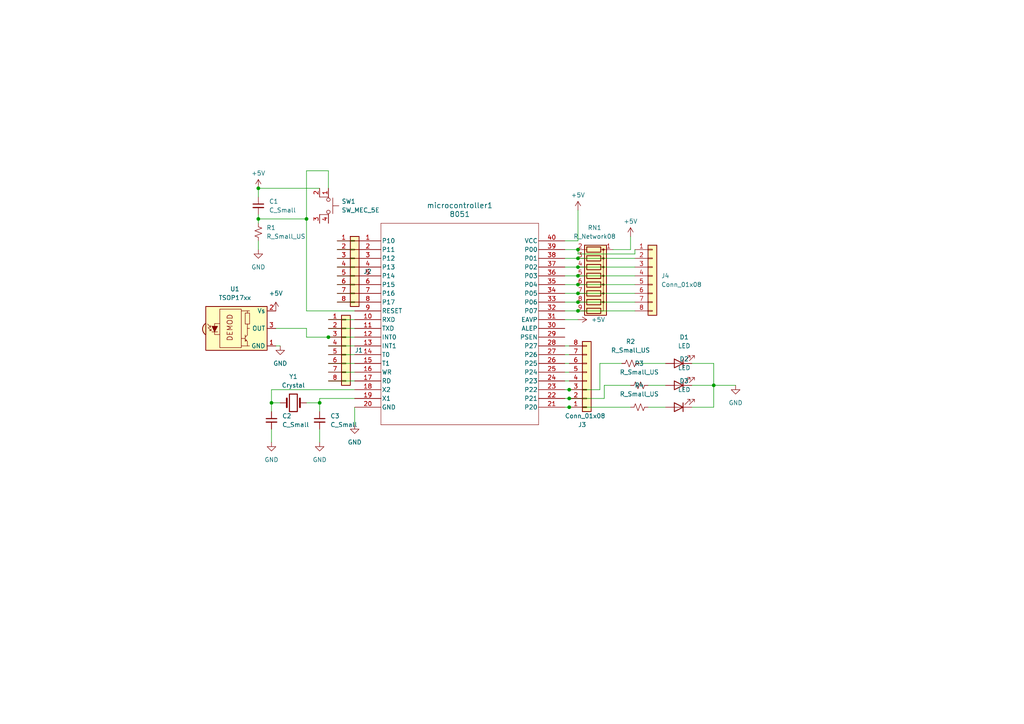
<source format=kicad_sch>
(kicad_sch (version 20230121) (generator eeschema)

  (uuid 92a57a34-be4d-4586-8eda-58f2666c8e28)

  (paper "A4")

  (lib_symbols
    (symbol "8051_chip:8051" (pin_names (offset 0.254)) (in_bom yes) (on_board yes)
      (property "Reference" "U" (at 30.48 10.16 0)
        (effects (font (size 1.524 1.524)))
      )
      (property "Value" "8051" (at 30.48 7.62 0)
        (effects (font (size 1.524 1.524)))
      )
      (property "Footprint" "DIP40_300" (at 0 0 0)
        (effects (font (size 1.27 1.27) italic) hide)
      )
      (property "Datasheet" "8051" (at 0 0 0)
        (effects (font (size 1.27 1.27) italic) hide)
      )
      (property "ki_locked" "" (at 0 0 0)
        (effects (font (size 1.27 1.27)))
      )
      (property "ki_keywords" "8051" (at 0 0 0)
        (effects (font (size 1.27 1.27)) hide)
      )
      (property "ki_fp_filters" "DIP40_300" (at 0 0 0)
        (effects (font (size 1.27 1.27)) hide)
      )
      (symbol "8051_0_1"
        (polyline
          (pts
            (xy 7.62 -53.34)
            (xy 53.34 -53.34)
          )
          (stroke (width 0.127) (type default))
          (fill (type none))
        )
        (polyline
          (pts
            (xy 7.62 5.08)
            (xy 7.62 -53.34)
          )
          (stroke (width 0.127) (type default))
          (fill (type none))
        )
        (polyline
          (pts
            (xy 53.34 -53.34)
            (xy 53.34 5.08)
          )
          (stroke (width 0.127) (type default))
          (fill (type none))
        )
        (polyline
          (pts
            (xy 53.34 5.08)
            (xy 7.62 5.08)
          )
          (stroke (width 0.127) (type default))
          (fill (type none))
        )
        (pin bidirectional line (at 0 0 0) (length 7.62)
          (name "P10" (effects (font (size 1.27 1.27))))
          (number "1" (effects (font (size 1.27 1.27))))
        )
        (pin bidirectional line (at 0 -22.86 0) (length 7.62)
          (name "RXD" (effects (font (size 1.27 1.27))))
          (number "10" (effects (font (size 1.27 1.27))))
        )
        (pin bidirectional line (at 0 -25.4 0) (length 7.62)
          (name "TXD" (effects (font (size 1.27 1.27))))
          (number "11" (effects (font (size 1.27 1.27))))
        )
        (pin bidirectional line (at 0 -27.94 0) (length 7.62)
          (name "INT0" (effects (font (size 1.27 1.27))))
          (number "12" (effects (font (size 1.27 1.27))))
        )
        (pin bidirectional line (at 0 -30.48 0) (length 7.62)
          (name "INT1" (effects (font (size 1.27 1.27))))
          (number "13" (effects (font (size 1.27 1.27))))
        )
        (pin bidirectional line (at 0 -33.02 0) (length 7.62)
          (name "T0" (effects (font (size 1.27 1.27))))
          (number "14" (effects (font (size 1.27 1.27))))
        )
        (pin bidirectional line (at 0 -35.56 0) (length 7.62)
          (name "T1" (effects (font (size 1.27 1.27))))
          (number "15" (effects (font (size 1.27 1.27))))
        )
        (pin bidirectional line (at 0 -38.1 0) (length 7.62)
          (name "WR" (effects (font (size 1.27 1.27))))
          (number "16" (effects (font (size 1.27 1.27))))
        )
        (pin bidirectional line (at 0 -40.64 0) (length 7.62)
          (name "RD" (effects (font (size 1.27 1.27))))
          (number "17" (effects (font (size 1.27 1.27))))
        )
        (pin input line (at 0 -43.18 0) (length 7.62)
          (name "X2" (effects (font (size 1.27 1.27))))
          (number "18" (effects (font (size 1.27 1.27))))
        )
        (pin input line (at 0 -45.72 0) (length 7.62)
          (name "X1" (effects (font (size 1.27 1.27))))
          (number "19" (effects (font (size 1.27 1.27))))
        )
        (pin bidirectional line (at 0 -2.54 0) (length 7.62)
          (name "P11" (effects (font (size 1.27 1.27))))
          (number "2" (effects (font (size 1.27 1.27))))
        )
        (pin power_in line (at 0 -48.26 0) (length 7.62)
          (name "GND" (effects (font (size 1.27 1.27))))
          (number "20" (effects (font (size 1.27 1.27))))
        )
        (pin bidirectional line (at 60.96 -48.26 180) (length 7.62)
          (name "P20" (effects (font (size 1.27 1.27))))
          (number "21" (effects (font (size 1.27 1.27))))
        )
        (pin bidirectional line (at 60.96 -45.72 180) (length 7.62)
          (name "P21" (effects (font (size 1.27 1.27))))
          (number "22" (effects (font (size 1.27 1.27))))
        )
        (pin bidirectional line (at 60.96 -43.18 180) (length 7.62)
          (name "P22" (effects (font (size 1.27 1.27))))
          (number "23" (effects (font (size 1.27 1.27))))
        )
        (pin bidirectional line (at 60.96 -40.64 180) (length 7.62)
          (name "P23" (effects (font (size 1.27 1.27))))
          (number "24" (effects (font (size 1.27 1.27))))
        )
        (pin bidirectional line (at 60.96 -38.1 180) (length 7.62)
          (name "P24" (effects (font (size 1.27 1.27))))
          (number "25" (effects (font (size 1.27 1.27))))
        )
        (pin bidirectional line (at 60.96 -35.56 180) (length 7.62)
          (name "P25" (effects (font (size 1.27 1.27))))
          (number "26" (effects (font (size 1.27 1.27))))
        )
        (pin bidirectional line (at 60.96 -33.02 180) (length 7.62)
          (name "P26" (effects (font (size 1.27 1.27))))
          (number "27" (effects (font (size 1.27 1.27))))
        )
        (pin bidirectional line (at 60.96 -30.48 180) (length 7.62)
          (name "P27" (effects (font (size 1.27 1.27))))
          (number "28" (effects (font (size 1.27 1.27))))
        )
        (pin output line (at 60.96 -27.94 180) (length 7.62)
          (name "PSEN" (effects (font (size 1.27 1.27))))
          (number "29" (effects (font (size 1.27 1.27))))
        )
        (pin bidirectional line (at 0 -5.08 0) (length 7.62)
          (name "P12" (effects (font (size 1.27 1.27))))
          (number "3" (effects (font (size 1.27 1.27))))
        )
        (pin output line (at 60.96 -25.4 180) (length 7.62)
          (name "ALEP" (effects (font (size 1.27 1.27))))
          (number "30" (effects (font (size 1.27 1.27))))
        )
        (pin input line (at 60.96 -22.86 180) (length 7.62)
          (name "EAVP" (effects (font (size 1.27 1.27))))
          (number "31" (effects (font (size 1.27 1.27))))
        )
        (pin bidirectional line (at 60.96 -20.32 180) (length 7.62)
          (name "P07" (effects (font (size 1.27 1.27))))
          (number "32" (effects (font (size 1.27 1.27))))
        )
        (pin bidirectional line (at 60.96 -17.78 180) (length 7.62)
          (name "P06" (effects (font (size 1.27 1.27))))
          (number "33" (effects (font (size 1.27 1.27))))
        )
        (pin bidirectional line (at 60.96 -15.24 180) (length 7.62)
          (name "P05" (effects (font (size 1.27 1.27))))
          (number "34" (effects (font (size 1.27 1.27))))
        )
        (pin bidirectional line (at 60.96 -12.7 180) (length 7.62)
          (name "P04" (effects (font (size 1.27 1.27))))
          (number "35" (effects (font (size 1.27 1.27))))
        )
        (pin bidirectional line (at 60.96 -10.16 180) (length 7.62)
          (name "P03" (effects (font (size 1.27 1.27))))
          (number "36" (effects (font (size 1.27 1.27))))
        )
        (pin bidirectional line (at 60.96 -7.62 180) (length 7.62)
          (name "P02" (effects (font (size 1.27 1.27))))
          (number "37" (effects (font (size 1.27 1.27))))
        )
        (pin bidirectional line (at 60.96 -5.08 180) (length 7.62)
          (name "P01" (effects (font (size 1.27 1.27))))
          (number "38" (effects (font (size 1.27 1.27))))
        )
        (pin bidirectional line (at 60.96 -2.54 180) (length 7.62)
          (name "P00" (effects (font (size 1.27 1.27))))
          (number "39" (effects (font (size 1.27 1.27))))
        )
        (pin bidirectional line (at 0 -7.62 0) (length 7.62)
          (name "P13" (effects (font (size 1.27 1.27))))
          (number "4" (effects (font (size 1.27 1.27))))
        )
        (pin power_in line (at 60.96 0 180) (length 7.62)
          (name "VCC" (effects (font (size 1.27 1.27))))
          (number "40" (effects (font (size 1.27 1.27))))
        )
        (pin bidirectional line (at 0 -10.16 0) (length 7.62)
          (name "P14" (effects (font (size 1.27 1.27))))
          (number "5" (effects (font (size 1.27 1.27))))
        )
        (pin bidirectional line (at 0 -12.7 0) (length 7.62)
          (name "P15" (effects (font (size 1.27 1.27))))
          (number "6" (effects (font (size 1.27 1.27))))
        )
        (pin bidirectional line (at 0 -15.24 0) (length 7.62)
          (name "P16" (effects (font (size 1.27 1.27))))
          (number "7" (effects (font (size 1.27 1.27))))
        )
        (pin bidirectional line (at 0 -17.78 0) (length 7.62)
          (name "P17" (effects (font (size 1.27 1.27))))
          (number "8" (effects (font (size 1.27 1.27))))
        )
        (pin input line (at 0 -20.32 0) (length 7.62)
          (name "RESET" (effects (font (size 1.27 1.27))))
          (number "9" (effects (font (size 1.27 1.27))))
        )
      )
    )
    (symbol "Connector_Generic:Conn_01x08" (pin_names (offset 1.016) hide) (in_bom yes) (on_board yes)
      (property "Reference" "J" (at 0 10.16 0)
        (effects (font (size 1.27 1.27)))
      )
      (property "Value" "Conn_01x08" (at 0 -12.7 0)
        (effects (font (size 1.27 1.27)))
      )
      (property "Footprint" "" (at 0 0 0)
        (effects (font (size 1.27 1.27)) hide)
      )
      (property "Datasheet" "~" (at 0 0 0)
        (effects (font (size 1.27 1.27)) hide)
      )
      (property "ki_keywords" "connector" (at 0 0 0)
        (effects (font (size 1.27 1.27)) hide)
      )
      (property "ki_description" "Generic connector, single row, 01x08, script generated (kicad-library-utils/schlib/autogen/connector/)" (at 0 0 0)
        (effects (font (size 1.27 1.27)) hide)
      )
      (property "ki_fp_filters" "Connector*:*_1x??_*" (at 0 0 0)
        (effects (font (size 1.27 1.27)) hide)
      )
      (symbol "Conn_01x08_1_1"
        (rectangle (start -1.27 -10.033) (end 0 -10.287)
          (stroke (width 0.1524) (type default))
          (fill (type none))
        )
        (rectangle (start -1.27 -7.493) (end 0 -7.747)
          (stroke (width 0.1524) (type default))
          (fill (type none))
        )
        (rectangle (start -1.27 -4.953) (end 0 -5.207)
          (stroke (width 0.1524) (type default))
          (fill (type none))
        )
        (rectangle (start -1.27 -2.413) (end 0 -2.667)
          (stroke (width 0.1524) (type default))
          (fill (type none))
        )
        (rectangle (start -1.27 0.127) (end 0 -0.127)
          (stroke (width 0.1524) (type default))
          (fill (type none))
        )
        (rectangle (start -1.27 2.667) (end 0 2.413)
          (stroke (width 0.1524) (type default))
          (fill (type none))
        )
        (rectangle (start -1.27 5.207) (end 0 4.953)
          (stroke (width 0.1524) (type default))
          (fill (type none))
        )
        (rectangle (start -1.27 7.747) (end 0 7.493)
          (stroke (width 0.1524) (type default))
          (fill (type none))
        )
        (rectangle (start -1.27 8.89) (end 1.27 -11.43)
          (stroke (width 0.254) (type default))
          (fill (type background))
        )
        (pin passive line (at -5.08 7.62 0) (length 3.81)
          (name "Pin_1" (effects (font (size 1.27 1.27))))
          (number "1" (effects (font (size 1.27 1.27))))
        )
        (pin passive line (at -5.08 5.08 0) (length 3.81)
          (name "Pin_2" (effects (font (size 1.27 1.27))))
          (number "2" (effects (font (size 1.27 1.27))))
        )
        (pin passive line (at -5.08 2.54 0) (length 3.81)
          (name "Pin_3" (effects (font (size 1.27 1.27))))
          (number "3" (effects (font (size 1.27 1.27))))
        )
        (pin passive line (at -5.08 0 0) (length 3.81)
          (name "Pin_4" (effects (font (size 1.27 1.27))))
          (number "4" (effects (font (size 1.27 1.27))))
        )
        (pin passive line (at -5.08 -2.54 0) (length 3.81)
          (name "Pin_5" (effects (font (size 1.27 1.27))))
          (number "5" (effects (font (size 1.27 1.27))))
        )
        (pin passive line (at -5.08 -5.08 0) (length 3.81)
          (name "Pin_6" (effects (font (size 1.27 1.27))))
          (number "6" (effects (font (size 1.27 1.27))))
        )
        (pin passive line (at -5.08 -7.62 0) (length 3.81)
          (name "Pin_7" (effects (font (size 1.27 1.27))))
          (number "7" (effects (font (size 1.27 1.27))))
        )
        (pin passive line (at -5.08 -10.16 0) (length 3.81)
          (name "Pin_8" (effects (font (size 1.27 1.27))))
          (number "8" (effects (font (size 1.27 1.27))))
        )
      )
    )
    (symbol "Device:C_Small" (pin_numbers hide) (pin_names (offset 0.254) hide) (in_bom yes) (on_board yes)
      (property "Reference" "C" (at 0.254 1.778 0)
        (effects (font (size 1.27 1.27)) (justify left))
      )
      (property "Value" "C_Small" (at 0.254 -2.032 0)
        (effects (font (size 1.27 1.27)) (justify left))
      )
      (property "Footprint" "" (at 0 0 0)
        (effects (font (size 1.27 1.27)) hide)
      )
      (property "Datasheet" "~" (at 0 0 0)
        (effects (font (size 1.27 1.27)) hide)
      )
      (property "ki_keywords" "capacitor cap" (at 0 0 0)
        (effects (font (size 1.27 1.27)) hide)
      )
      (property "ki_description" "Unpolarized capacitor, small symbol" (at 0 0 0)
        (effects (font (size 1.27 1.27)) hide)
      )
      (property "ki_fp_filters" "C_*" (at 0 0 0)
        (effects (font (size 1.27 1.27)) hide)
      )
      (symbol "C_Small_0_1"
        (polyline
          (pts
            (xy -1.524 -0.508)
            (xy 1.524 -0.508)
          )
          (stroke (width 0.3302) (type default))
          (fill (type none))
        )
        (polyline
          (pts
            (xy -1.524 0.508)
            (xy 1.524 0.508)
          )
          (stroke (width 0.3048) (type default))
          (fill (type none))
        )
      )
      (symbol "C_Small_1_1"
        (pin passive line (at 0 2.54 270) (length 2.032)
          (name "~" (effects (font (size 1.27 1.27))))
          (number "1" (effects (font (size 1.27 1.27))))
        )
        (pin passive line (at 0 -2.54 90) (length 2.032)
          (name "~" (effects (font (size 1.27 1.27))))
          (number "2" (effects (font (size 1.27 1.27))))
        )
      )
    )
    (symbol "Device:Crystal" (pin_numbers hide) (pin_names (offset 1.016) hide) (in_bom yes) (on_board yes)
      (property "Reference" "Y" (at 0 3.81 0)
        (effects (font (size 1.27 1.27)))
      )
      (property "Value" "Crystal" (at 0 -3.81 0)
        (effects (font (size 1.27 1.27)))
      )
      (property "Footprint" "" (at 0 0 0)
        (effects (font (size 1.27 1.27)) hide)
      )
      (property "Datasheet" "~" (at 0 0 0)
        (effects (font (size 1.27 1.27)) hide)
      )
      (property "ki_keywords" "quartz ceramic resonator oscillator" (at 0 0 0)
        (effects (font (size 1.27 1.27)) hide)
      )
      (property "ki_description" "Two pin crystal" (at 0 0 0)
        (effects (font (size 1.27 1.27)) hide)
      )
      (property "ki_fp_filters" "Crystal*" (at 0 0 0)
        (effects (font (size 1.27 1.27)) hide)
      )
      (symbol "Crystal_0_1"
        (rectangle (start -1.143 2.54) (end 1.143 -2.54)
          (stroke (width 0.3048) (type default))
          (fill (type none))
        )
        (polyline
          (pts
            (xy -2.54 0)
            (xy -1.905 0)
          )
          (stroke (width 0) (type default))
          (fill (type none))
        )
        (polyline
          (pts
            (xy -1.905 -1.27)
            (xy -1.905 1.27)
          )
          (stroke (width 0.508) (type default))
          (fill (type none))
        )
        (polyline
          (pts
            (xy 1.905 -1.27)
            (xy 1.905 1.27)
          )
          (stroke (width 0.508) (type default))
          (fill (type none))
        )
        (polyline
          (pts
            (xy 2.54 0)
            (xy 1.905 0)
          )
          (stroke (width 0) (type default))
          (fill (type none))
        )
      )
      (symbol "Crystal_1_1"
        (pin passive line (at -3.81 0 0) (length 1.27)
          (name "1" (effects (font (size 1.27 1.27))))
          (number "1" (effects (font (size 1.27 1.27))))
        )
        (pin passive line (at 3.81 0 180) (length 1.27)
          (name "2" (effects (font (size 1.27 1.27))))
          (number "2" (effects (font (size 1.27 1.27))))
        )
      )
    )
    (symbol "Device:LED" (pin_numbers hide) (pin_names (offset 1.016) hide) (in_bom yes) (on_board yes)
      (property "Reference" "D" (at 0 2.54 0)
        (effects (font (size 1.27 1.27)))
      )
      (property "Value" "LED" (at 0 -2.54 0)
        (effects (font (size 1.27 1.27)))
      )
      (property "Footprint" "" (at 0 0 0)
        (effects (font (size 1.27 1.27)) hide)
      )
      (property "Datasheet" "~" (at 0 0 0)
        (effects (font (size 1.27 1.27)) hide)
      )
      (property "ki_keywords" "LED diode" (at 0 0 0)
        (effects (font (size 1.27 1.27)) hide)
      )
      (property "ki_description" "Light emitting diode" (at 0 0 0)
        (effects (font (size 1.27 1.27)) hide)
      )
      (property "ki_fp_filters" "LED* LED_SMD:* LED_THT:*" (at 0 0 0)
        (effects (font (size 1.27 1.27)) hide)
      )
      (symbol "LED_0_1"
        (polyline
          (pts
            (xy -1.27 -1.27)
            (xy -1.27 1.27)
          )
          (stroke (width 0.254) (type default))
          (fill (type none))
        )
        (polyline
          (pts
            (xy -1.27 0)
            (xy 1.27 0)
          )
          (stroke (width 0) (type default))
          (fill (type none))
        )
        (polyline
          (pts
            (xy 1.27 -1.27)
            (xy 1.27 1.27)
            (xy -1.27 0)
            (xy 1.27 -1.27)
          )
          (stroke (width 0.254) (type default))
          (fill (type none))
        )
        (polyline
          (pts
            (xy -3.048 -0.762)
            (xy -4.572 -2.286)
            (xy -3.81 -2.286)
            (xy -4.572 -2.286)
            (xy -4.572 -1.524)
          )
          (stroke (width 0) (type default))
          (fill (type none))
        )
        (polyline
          (pts
            (xy -1.778 -0.762)
            (xy -3.302 -2.286)
            (xy -2.54 -2.286)
            (xy -3.302 -2.286)
            (xy -3.302 -1.524)
          )
          (stroke (width 0) (type default))
          (fill (type none))
        )
      )
      (symbol "LED_1_1"
        (pin passive line (at -3.81 0 0) (length 2.54)
          (name "K" (effects (font (size 1.27 1.27))))
          (number "1" (effects (font (size 1.27 1.27))))
        )
        (pin passive line (at 3.81 0 180) (length 2.54)
          (name "A" (effects (font (size 1.27 1.27))))
          (number "2" (effects (font (size 1.27 1.27))))
        )
      )
    )
    (symbol "Device:R_Network08" (pin_names (offset 0) hide) (in_bom yes) (on_board yes)
      (property "Reference" "RN" (at -12.7 0 90)
        (effects (font (size 1.27 1.27)))
      )
      (property "Value" "R_Network08" (at 10.16 0 90)
        (effects (font (size 1.27 1.27)))
      )
      (property "Footprint" "Resistor_THT:R_Array_SIP9" (at 12.065 0 90)
        (effects (font (size 1.27 1.27)) hide)
      )
      (property "Datasheet" "http://www.vishay.com/docs/31509/csc.pdf" (at 0 0 0)
        (effects (font (size 1.27 1.27)) hide)
      )
      (property "ki_keywords" "R network star-topology" (at 0 0 0)
        (effects (font (size 1.27 1.27)) hide)
      )
      (property "ki_description" "8 resistor network, star topology, bussed resistors, small symbol" (at 0 0 0)
        (effects (font (size 1.27 1.27)) hide)
      )
      (property "ki_fp_filters" "R?Array?SIP*" (at 0 0 0)
        (effects (font (size 1.27 1.27)) hide)
      )
      (symbol "R_Network08_0_1"
        (rectangle (start -11.43 -3.175) (end 8.89 3.175)
          (stroke (width 0.254) (type default))
          (fill (type background))
        )
        (rectangle (start -10.922 1.524) (end -9.398 -2.54)
          (stroke (width 0.254) (type default))
          (fill (type none))
        )
        (circle (center -10.16 2.286) (radius 0.254)
          (stroke (width 0) (type default))
          (fill (type outline))
        )
        (rectangle (start -8.382 1.524) (end -6.858 -2.54)
          (stroke (width 0.254) (type default))
          (fill (type none))
        )
        (circle (center -7.62 2.286) (radius 0.254)
          (stroke (width 0) (type default))
          (fill (type outline))
        )
        (rectangle (start -5.842 1.524) (end -4.318 -2.54)
          (stroke (width 0.254) (type default))
          (fill (type none))
        )
        (circle (center -5.08 2.286) (radius 0.254)
          (stroke (width 0) (type default))
          (fill (type outline))
        )
        (rectangle (start -3.302 1.524) (end -1.778 -2.54)
          (stroke (width 0.254) (type default))
          (fill (type none))
        )
        (circle (center -2.54 2.286) (radius 0.254)
          (stroke (width 0) (type default))
          (fill (type outline))
        )
        (rectangle (start -0.762 1.524) (end 0.762 -2.54)
          (stroke (width 0.254) (type default))
          (fill (type none))
        )
        (polyline
          (pts
            (xy -10.16 -2.54)
            (xy -10.16 -3.81)
          )
          (stroke (width 0) (type default))
          (fill (type none))
        )
        (polyline
          (pts
            (xy -7.62 -2.54)
            (xy -7.62 -3.81)
          )
          (stroke (width 0) (type default))
          (fill (type none))
        )
        (polyline
          (pts
            (xy -5.08 -2.54)
            (xy -5.08 -3.81)
          )
          (stroke (width 0) (type default))
          (fill (type none))
        )
        (polyline
          (pts
            (xy -2.54 -2.54)
            (xy -2.54 -3.81)
          )
          (stroke (width 0) (type default))
          (fill (type none))
        )
        (polyline
          (pts
            (xy 0 -2.54)
            (xy 0 -3.81)
          )
          (stroke (width 0) (type default))
          (fill (type none))
        )
        (polyline
          (pts
            (xy 2.54 -2.54)
            (xy 2.54 -3.81)
          )
          (stroke (width 0) (type default))
          (fill (type none))
        )
        (polyline
          (pts
            (xy 5.08 -2.54)
            (xy 5.08 -3.81)
          )
          (stroke (width 0) (type default))
          (fill (type none))
        )
        (polyline
          (pts
            (xy 7.62 -2.54)
            (xy 7.62 -3.81)
          )
          (stroke (width 0) (type default))
          (fill (type none))
        )
        (polyline
          (pts
            (xy -10.16 1.524)
            (xy -10.16 2.286)
            (xy -7.62 2.286)
            (xy -7.62 1.524)
          )
          (stroke (width 0) (type default))
          (fill (type none))
        )
        (polyline
          (pts
            (xy -7.62 1.524)
            (xy -7.62 2.286)
            (xy -5.08 2.286)
            (xy -5.08 1.524)
          )
          (stroke (width 0) (type default))
          (fill (type none))
        )
        (polyline
          (pts
            (xy -5.08 1.524)
            (xy -5.08 2.286)
            (xy -2.54 2.286)
            (xy -2.54 1.524)
          )
          (stroke (width 0) (type default))
          (fill (type none))
        )
        (polyline
          (pts
            (xy -2.54 1.524)
            (xy -2.54 2.286)
            (xy 0 2.286)
            (xy 0 1.524)
          )
          (stroke (width 0) (type default))
          (fill (type none))
        )
        (polyline
          (pts
            (xy 0 1.524)
            (xy 0 2.286)
            (xy 2.54 2.286)
            (xy 2.54 1.524)
          )
          (stroke (width 0) (type default))
          (fill (type none))
        )
        (polyline
          (pts
            (xy 2.54 1.524)
            (xy 2.54 2.286)
            (xy 5.08 2.286)
            (xy 5.08 1.524)
          )
          (stroke (width 0) (type default))
          (fill (type none))
        )
        (polyline
          (pts
            (xy 5.08 1.524)
            (xy 5.08 2.286)
            (xy 7.62 2.286)
            (xy 7.62 1.524)
          )
          (stroke (width 0) (type default))
          (fill (type none))
        )
        (circle (center 0 2.286) (radius 0.254)
          (stroke (width 0) (type default))
          (fill (type outline))
        )
        (rectangle (start 1.778 1.524) (end 3.302 -2.54)
          (stroke (width 0.254) (type default))
          (fill (type none))
        )
        (circle (center 2.54 2.286) (radius 0.254)
          (stroke (width 0) (type default))
          (fill (type outline))
        )
        (rectangle (start 4.318 1.524) (end 5.842 -2.54)
          (stroke (width 0.254) (type default))
          (fill (type none))
        )
        (circle (center 5.08 2.286) (radius 0.254)
          (stroke (width 0) (type default))
          (fill (type outline))
        )
        (rectangle (start 6.858 1.524) (end 8.382 -2.54)
          (stroke (width 0.254) (type default))
          (fill (type none))
        )
      )
      (symbol "R_Network08_1_1"
        (pin passive line (at -10.16 5.08 270) (length 2.54)
          (name "common" (effects (font (size 1.27 1.27))))
          (number "1" (effects (font (size 1.27 1.27))))
        )
        (pin passive line (at -10.16 -5.08 90) (length 1.27)
          (name "R1" (effects (font (size 1.27 1.27))))
          (number "2" (effects (font (size 1.27 1.27))))
        )
        (pin passive line (at -7.62 -5.08 90) (length 1.27)
          (name "R2" (effects (font (size 1.27 1.27))))
          (number "3" (effects (font (size 1.27 1.27))))
        )
        (pin passive line (at -5.08 -5.08 90) (length 1.27)
          (name "R3" (effects (font (size 1.27 1.27))))
          (number "4" (effects (font (size 1.27 1.27))))
        )
        (pin passive line (at -2.54 -5.08 90) (length 1.27)
          (name "R4" (effects (font (size 1.27 1.27))))
          (number "5" (effects (font (size 1.27 1.27))))
        )
        (pin passive line (at 0 -5.08 90) (length 1.27)
          (name "R5" (effects (font (size 1.27 1.27))))
          (number "6" (effects (font (size 1.27 1.27))))
        )
        (pin passive line (at 2.54 -5.08 90) (length 1.27)
          (name "R6" (effects (font (size 1.27 1.27))))
          (number "7" (effects (font (size 1.27 1.27))))
        )
        (pin passive line (at 5.08 -5.08 90) (length 1.27)
          (name "R7" (effects (font (size 1.27 1.27))))
          (number "8" (effects (font (size 1.27 1.27))))
        )
        (pin passive line (at 7.62 -5.08 90) (length 1.27)
          (name "R8" (effects (font (size 1.27 1.27))))
          (number "9" (effects (font (size 1.27 1.27))))
        )
      )
    )
    (symbol "Device:R_Small_US" (pin_numbers hide) (pin_names (offset 0.254) hide) (in_bom yes) (on_board yes)
      (property "Reference" "R" (at 0.762 0.508 0)
        (effects (font (size 1.27 1.27)) (justify left))
      )
      (property "Value" "R_Small_US" (at 0.762 -1.016 0)
        (effects (font (size 1.27 1.27)) (justify left))
      )
      (property "Footprint" "" (at 0 0 0)
        (effects (font (size 1.27 1.27)) hide)
      )
      (property "Datasheet" "~" (at 0 0 0)
        (effects (font (size 1.27 1.27)) hide)
      )
      (property "ki_keywords" "r resistor" (at 0 0 0)
        (effects (font (size 1.27 1.27)) hide)
      )
      (property "ki_description" "Resistor, small US symbol" (at 0 0 0)
        (effects (font (size 1.27 1.27)) hide)
      )
      (property "ki_fp_filters" "R_*" (at 0 0 0)
        (effects (font (size 1.27 1.27)) hide)
      )
      (symbol "R_Small_US_1_1"
        (polyline
          (pts
            (xy 0 0)
            (xy 1.016 -0.381)
            (xy 0 -0.762)
            (xy -1.016 -1.143)
            (xy 0 -1.524)
          )
          (stroke (width 0) (type default))
          (fill (type none))
        )
        (polyline
          (pts
            (xy 0 1.524)
            (xy 1.016 1.143)
            (xy 0 0.762)
            (xy -1.016 0.381)
            (xy 0 0)
          )
          (stroke (width 0) (type default))
          (fill (type none))
        )
        (pin passive line (at 0 2.54 270) (length 1.016)
          (name "~" (effects (font (size 1.27 1.27))))
          (number "1" (effects (font (size 1.27 1.27))))
        )
        (pin passive line (at 0 -2.54 90) (length 1.016)
          (name "~" (effects (font (size 1.27 1.27))))
          (number "2" (effects (font (size 1.27 1.27))))
        )
      )
    )
    (symbol "Interface_Optical:TSOP17xx" (in_bom yes) (on_board yes)
      (property "Reference" "U" (at -10.16 7.62 0)
        (effects (font (size 1.27 1.27)) (justify left))
      )
      (property "Value" "TSOP17xx" (at -10.16 -7.62 0)
        (effects (font (size 1.27 1.27)) (justify left))
      )
      (property "Footprint" "OptoDevice:Vishay_CAST-3Pin" (at -1.27 -9.525 0)
        (effects (font (size 1.27 1.27)) hide)
      )
      (property "Datasheet" "http://www.micropik.com/PDF/tsop17xx.pdf" (at 16.51 7.62 0)
        (effects (font (size 1.27 1.27)) hide)
      )
      (property "ki_keywords" "opto IR receiver" (at 0 0 0)
        (effects (font (size 1.27 1.27)) hide)
      )
      (property "ki_description" "Photo Modules for PCM Remote Control Systems" (at 0 0 0)
        (effects (font (size 1.27 1.27)) hide)
      )
      (property "ki_fp_filters" "Vishay*CAST*" (at 0 0 0)
        (effects (font (size 1.27 1.27)) hide)
      )
      (symbol "TSOP17xx_0_0"
        (arc (start -10.287 1.397) (mid -11.0899 -0.1852) (end -10.287 -1.778)
          (stroke (width 0.254) (type default))
          (fill (type background))
        )
        (polyline
          (pts
            (xy 1.905 -5.08)
            (xy 0.127 -5.08)
          )
          (stroke (width 0) (type default))
          (fill (type none))
        )
        (polyline
          (pts
            (xy 1.905 5.08)
            (xy 0.127 5.08)
          )
          (stroke (width 0) (type default))
          (fill (type none))
        )
        (text "DEMOD" (at -3.175 0.254 900)
          (effects (font (size 1.524 1.524)))
        )
      )
      (symbol "TSOP17xx_0_1"
        (rectangle (start -6.096 5.588) (end 0.127 -5.588)
          (stroke (width 0) (type default))
          (fill (type none))
        )
        (polyline
          (pts
            (xy -8.763 0.381)
            (xy -9.652 1.27)
          )
          (stroke (width 0) (type default))
          (fill (type none))
        )
        (polyline
          (pts
            (xy -8.763 0.381)
            (xy -9.271 0.381)
          )
          (stroke (width 0) (type default))
          (fill (type none))
        )
        (polyline
          (pts
            (xy -8.763 0.381)
            (xy -8.763 0.889)
          )
          (stroke (width 0) (type default))
          (fill (type none))
        )
        (polyline
          (pts
            (xy -8.636 -0.635)
            (xy -9.525 0.254)
          )
          (stroke (width 0) (type default))
          (fill (type none))
        )
        (polyline
          (pts
            (xy -8.636 -0.635)
            (xy -9.144 -0.635)
          )
          (stroke (width 0) (type default))
          (fill (type none))
        )
        (polyline
          (pts
            (xy -8.636 -0.635)
            (xy -8.636 -0.127)
          )
          (stroke (width 0) (type default))
          (fill (type none))
        )
        (polyline
          (pts
            (xy -8.382 -1.016)
            (xy -6.731 -1.016)
          )
          (stroke (width 0) (type default))
          (fill (type none))
        )
        (polyline
          (pts
            (xy 1.27 -2.921)
            (xy 0.127 -2.921)
          )
          (stroke (width 0) (type default))
          (fill (type none))
        )
        (polyline
          (pts
            (xy 1.27 -1.905)
            (xy 1.27 -3.81)
          )
          (stroke (width 0) (type default))
          (fill (type none))
        )
        (polyline
          (pts
            (xy 1.397 -3.556)
            (xy 1.524 -3.556)
          )
          (stroke (width 0) (type default))
          (fill (type none))
        )
        (polyline
          (pts
            (xy 1.651 -3.556)
            (xy 1.524 -3.556)
          )
          (stroke (width 0) (type default))
          (fill (type none))
        )
        (polyline
          (pts
            (xy 1.651 -3.556)
            (xy 1.651 -3.302)
          )
          (stroke (width 0) (type default))
          (fill (type none))
        )
        (polyline
          (pts
            (xy 1.905 0)
            (xy 1.905 1.27)
          )
          (stroke (width 0) (type default))
          (fill (type none))
        )
        (polyline
          (pts
            (xy 1.905 4.445)
            (xy 1.905 5.08)
            (xy 2.54 5.08)
          )
          (stroke (width 0) (type default))
          (fill (type none))
        )
        (polyline
          (pts
            (xy -8.382 0.635)
            (xy -6.731 0.635)
            (xy -7.62 -1.016)
            (xy -8.382 0.635)
          )
          (stroke (width 0) (type default))
          (fill (type outline))
        )
        (polyline
          (pts
            (xy -6.096 1.397)
            (xy -7.62 1.397)
            (xy -7.62 -1.778)
            (xy -6.096 -1.778)
          )
          (stroke (width 0) (type default))
          (fill (type none))
        )
        (polyline
          (pts
            (xy 1.27 -3.175)
            (xy 1.905 -3.81)
            (xy 1.905 -5.08)
            (xy 2.54 -5.08)
          )
          (stroke (width 0) (type default))
          (fill (type none))
        )
        (polyline
          (pts
            (xy 1.27 -2.54)
            (xy 1.905 -1.905)
            (xy 1.905 0)
            (xy 2.54 0)
          )
          (stroke (width 0) (type default))
          (fill (type none))
        )
        (rectangle (start 2.54 1.27) (end 1.27 4.445)
          (stroke (width 0) (type default))
          (fill (type none))
        )
        (rectangle (start 7.62 6.35) (end -10.16 -6.35)
          (stroke (width 0.254) (type default))
          (fill (type background))
        )
      )
      (symbol "TSOP17xx_1_1"
        (pin power_in line (at 10.16 -5.08 180) (length 2.54)
          (name "GND" (effects (font (size 1.27 1.27))))
          (number "1" (effects (font (size 1.27 1.27))))
        )
        (pin power_in line (at 10.16 5.08 180) (length 2.54)
          (name "Vs" (effects (font (size 1.27 1.27))))
          (number "2" (effects (font (size 1.27 1.27))))
        )
        (pin output line (at 10.16 0 180) (length 2.54)
          (name "OUT" (effects (font (size 1.27 1.27))))
          (number "3" (effects (font (size 1.27 1.27))))
        )
      )
    )
    (symbol "Switch:SW_MEC_5E" (pin_names (offset 1.016) hide) (in_bom yes) (on_board yes)
      (property "Reference" "SW" (at 0.635 5.715 0)
        (effects (font (size 1.27 1.27)) (justify left))
      )
      (property "Value" "SW_MEC_5E" (at 0 -3.175 0)
        (effects (font (size 1.27 1.27)))
      )
      (property "Footprint" "" (at 0 7.62 0)
        (effects (font (size 1.27 1.27)) hide)
      )
      (property "Datasheet" "http://www.apem.com/int/index.php?controller=attachment&id_attachment=1371" (at 0 7.62 0)
        (effects (font (size 1.27 1.27)) hide)
      )
      (property "ki_keywords" "switch normally-open pushbutton push-button" (at 0 0 0)
        (effects (font (size 1.27 1.27)) hide)
      )
      (property "ki_description" "MEC 5E single pole normally-open tactile switch" (at 0 0 0)
        (effects (font (size 1.27 1.27)) hide)
      )
      (property "ki_fp_filters" "SW*MEC*5G*" (at 0 0 0)
        (effects (font (size 1.27 1.27)) hide)
      )
      (symbol "SW_MEC_5E_0_1"
        (circle (center -1.778 2.54) (radius 0.508)
          (stroke (width 0) (type default))
          (fill (type none))
        )
        (polyline
          (pts
            (xy -2.286 3.81)
            (xy 2.286 3.81)
          )
          (stroke (width 0) (type default))
          (fill (type none))
        )
        (polyline
          (pts
            (xy 0 3.81)
            (xy 0 5.588)
          )
          (stroke (width 0) (type default))
          (fill (type none))
        )
        (polyline
          (pts
            (xy -2.54 0)
            (xy -2.54 2.54)
            (xy -2.286 2.54)
          )
          (stroke (width 0) (type default))
          (fill (type none))
        )
        (polyline
          (pts
            (xy 2.54 0)
            (xy 2.54 2.54)
            (xy 2.286 2.54)
          )
          (stroke (width 0) (type default))
          (fill (type none))
        )
        (circle (center 1.778 2.54) (radius 0.508)
          (stroke (width 0) (type default))
          (fill (type none))
        )
        (pin passive line (at -5.08 2.54 0) (length 2.54)
          (name "1" (effects (font (size 1.27 1.27))))
          (number "1" (effects (font (size 1.27 1.27))))
        )
        (pin passive line (at -5.08 0 0) (length 2.54)
          (name "2" (effects (font (size 1.27 1.27))))
          (number "2" (effects (font (size 1.27 1.27))))
        )
        (pin passive line (at 5.08 0 180) (length 2.54)
          (name "K" (effects (font (size 1.27 1.27))))
          (number "3" (effects (font (size 1.27 1.27))))
        )
        (pin passive line (at 5.08 2.54 180) (length 2.54)
          (name "A" (effects (font (size 1.27 1.27))))
          (number "4" (effects (font (size 1.27 1.27))))
        )
      )
    )
    (symbol "power:+5V" (power) (pin_names (offset 0)) (in_bom yes) (on_board yes)
      (property "Reference" "#PWR" (at 0 -3.81 0)
        (effects (font (size 1.27 1.27)) hide)
      )
      (property "Value" "+5V" (at 0 3.556 0)
        (effects (font (size 1.27 1.27)))
      )
      (property "Footprint" "" (at 0 0 0)
        (effects (font (size 1.27 1.27)) hide)
      )
      (property "Datasheet" "" (at 0 0 0)
        (effects (font (size 1.27 1.27)) hide)
      )
      (property "ki_keywords" "global power" (at 0 0 0)
        (effects (font (size 1.27 1.27)) hide)
      )
      (property "ki_description" "Power symbol creates a global label with name \"+5V\"" (at 0 0 0)
        (effects (font (size 1.27 1.27)) hide)
      )
      (symbol "+5V_0_1"
        (polyline
          (pts
            (xy -0.762 1.27)
            (xy 0 2.54)
          )
          (stroke (width 0) (type default))
          (fill (type none))
        )
        (polyline
          (pts
            (xy 0 0)
            (xy 0 2.54)
          )
          (stroke (width 0) (type default))
          (fill (type none))
        )
        (polyline
          (pts
            (xy 0 2.54)
            (xy 0.762 1.27)
          )
          (stroke (width 0) (type default))
          (fill (type none))
        )
      )
      (symbol "+5V_1_1"
        (pin power_in line (at 0 0 90) (length 0) hide
          (name "+5V" (effects (font (size 1.27 1.27))))
          (number "1" (effects (font (size 1.27 1.27))))
        )
      )
    )
    (symbol "power:GND" (power) (pin_names (offset 0)) (in_bom yes) (on_board yes)
      (property "Reference" "#PWR" (at 0 -6.35 0)
        (effects (font (size 1.27 1.27)) hide)
      )
      (property "Value" "GND" (at 0 -3.81 0)
        (effects (font (size 1.27 1.27)))
      )
      (property "Footprint" "" (at 0 0 0)
        (effects (font (size 1.27 1.27)) hide)
      )
      (property "Datasheet" "" (at 0 0 0)
        (effects (font (size 1.27 1.27)) hide)
      )
      (property "ki_keywords" "global power" (at 0 0 0)
        (effects (font (size 1.27 1.27)) hide)
      )
      (property "ki_description" "Power symbol creates a global label with name \"GND\" , ground" (at 0 0 0)
        (effects (font (size 1.27 1.27)) hide)
      )
      (symbol "GND_0_1"
        (polyline
          (pts
            (xy 0 0)
            (xy 0 -1.27)
            (xy 1.27 -1.27)
            (xy 0 -2.54)
            (xy -1.27 -1.27)
            (xy 0 -1.27)
          )
          (stroke (width 0) (type default))
          (fill (type none))
        )
      )
      (symbol "GND_1_1"
        (pin power_in line (at 0 0 270) (length 0) hide
          (name "GND" (effects (font (size 1.27 1.27))))
          (number "1" (effects (font (size 1.27 1.27))))
        )
      )
    )
  )

  (junction (at 167.64 87.63) (diameter 0) (color 0 0 0 0)
    (uuid 0ce3644b-b584-4c3f-83c8-b755d48596b5)
  )
  (junction (at 167.64 72.39) (diameter 0) (color 0 0 0 0)
    (uuid 11e5d3cf-41c7-43f7-9139-dad387100145)
  )
  (junction (at 167.64 85.09) (diameter 0) (color 0 0 0 0)
    (uuid 1a379b98-c12e-4baa-9539-582f0587ba94)
  )
  (junction (at 92.71 116.84) (diameter 0) (color 0 0 0 0)
    (uuid 2be9df04-4ae8-4758-bd3a-e13a9ba8dd1c)
  )
  (junction (at 207.01 111.76) (diameter 0) (color 0 0 0 0)
    (uuid 38c60d77-2409-4938-88ae-ad8ced589527)
  )
  (junction (at 167.64 80.01) (diameter 0) (color 0 0 0 0)
    (uuid 4108ec6c-d32b-44b4-a3b0-92c6de210e57)
  )
  (junction (at 74.93 63.5) (diameter 0) (color 0 0 0 0)
    (uuid 4444feb0-ae3b-4e41-87c3-b240012d92c4)
  )
  (junction (at 95.25 97.79) (diameter 0) (color 0 0 0 0)
    (uuid 49358cfe-a941-4394-bfbe-58ccb4368b77)
  )
  (junction (at 78.74 116.84) (diameter 0) (color 0 0 0 0)
    (uuid 5787c732-350e-46ba-b0e5-243380232505)
  )
  (junction (at 167.64 90.17) (diameter 0) (color 0 0 0 0)
    (uuid 6567204d-9780-4010-84d1-c0fff8a87eba)
  )
  (junction (at 165.1 113.03) (diameter 0) (color 0 0 0 0)
    (uuid 7e540251-3ef1-46f7-adea-4da33a5cdba8)
  )
  (junction (at 74.93 54.61) (diameter 0) (color 0 0 0 0)
    (uuid 839d1114-f280-4641-b6cf-52531615197f)
  )
  (junction (at 88.9 63.5) (diameter 0) (color 0 0 0 0)
    (uuid 99f969d8-99ca-43ce-9bd8-6069be636491)
  )
  (junction (at 165.1 118.11) (diameter 0) (color 0 0 0 0)
    (uuid b1c5991f-6264-446e-9d7a-b806b1b03aaf)
  )
  (junction (at 165.1 115.57) (diameter 0) (color 0 0 0 0)
    (uuid b6852155-72f5-44b9-8f32-2c6a8cc9096e)
  )
  (junction (at 167.64 82.55) (diameter 0) (color 0 0 0 0)
    (uuid c509775c-c4e9-40c7-8295-10ac1679578d)
  )
  (junction (at 167.64 74.93) (diameter 0) (color 0 0 0 0)
    (uuid c579d5c4-8e0f-4f05-8991-4a671f09f725)
  )
  (junction (at 167.64 77.47) (diameter 0) (color 0 0 0 0)
    (uuid e51b90a9-a922-46a2-8fc0-cb8d227641ca)
  )

  (wire (pts (xy 163.83 107.95) (xy 165.1 107.95))
    (stroke (width 0) (type default))
    (uuid 01a7d6c4-9137-430b-a191-78449dbee6ef)
  )
  (wire (pts (xy 92.71 124.46) (xy 92.71 128.27))
    (stroke (width 0) (type default))
    (uuid 024a7046-a3a2-46ce-913a-f1b329060345)
  )
  (wire (pts (xy 167.64 77.47) (xy 184.15 77.47))
    (stroke (width 0) (type default))
    (uuid 07302ebd-380a-4754-ae65-28a28363abb7)
  )
  (wire (pts (xy 163.83 118.11) (xy 165.1 118.11))
    (stroke (width 0) (type default))
    (uuid 0b438baf-8db0-4e9a-a8b6-a32a1ed571f4)
  )
  (wire (pts (xy 88.9 97.79) (xy 95.25 97.79))
    (stroke (width 0) (type default))
    (uuid 0ff6f9ba-ab02-4ce1-9d5c-5969a358caa0)
  )
  (wire (pts (xy 167.64 85.09) (xy 184.15 85.09))
    (stroke (width 0) (type default))
    (uuid 14687b6b-77b0-4635-9c5e-5e28001cfbc0)
  )
  (wire (pts (xy 80.01 100.33) (xy 81.28 100.33))
    (stroke (width 0) (type default))
    (uuid 154b76eb-ff59-4836-a917-d885a58b2424)
  )
  (wire (pts (xy 177.8 72.39) (xy 182.88 72.39))
    (stroke (width 0) (type default))
    (uuid 1b14cd09-fd76-4a6c-aa3d-6e9190df896c)
  )
  (wire (pts (xy 207.01 118.11) (xy 200.66 118.11))
    (stroke (width 0) (type default))
    (uuid 1c7bb4a5-6bd5-4e67-a33c-ee6e4696739d)
  )
  (wire (pts (xy 163.83 105.41) (xy 165.1 105.41))
    (stroke (width 0) (type default))
    (uuid 1d3e5e00-9cbc-4228-900f-638ed6270ab6)
  )
  (wire (pts (xy 74.93 63.5) (xy 88.9 63.5))
    (stroke (width 0) (type default))
    (uuid 1eed21b4-1ce1-4a47-b025-456c84d430c2)
  )
  (wire (pts (xy 207.01 111.76) (xy 213.36 111.76))
    (stroke (width 0) (type default))
    (uuid 2239c269-25dd-40ea-bc0b-2675c248ba79)
  )
  (wire (pts (xy 187.96 111.76) (xy 193.04 111.76))
    (stroke (width 0) (type default))
    (uuid 23f0e16c-21a6-413b-a9d0-9988802fb78d)
  )
  (wire (pts (xy 102.87 113.03) (xy 78.74 113.03))
    (stroke (width 0) (type default))
    (uuid 26a8b504-73d1-4a61-b39b-0ed7ba45fabb)
  )
  (wire (pts (xy 163.83 72.39) (xy 167.64 72.39))
    (stroke (width 0) (type default))
    (uuid 2d19f8ef-759a-4b11-8da7-eab6218914b0)
  )
  (wire (pts (xy 92.71 115.57) (xy 92.71 116.84))
    (stroke (width 0) (type default))
    (uuid 2e4665c9-1635-4424-9120-1fed14d63cc3)
  )
  (wire (pts (xy 167.64 73.66) (xy 184.15 73.66))
    (stroke (width 0) (type default))
    (uuid 30ba5cfd-28e9-4674-b72b-f4ff9cbeb582)
  )
  (wire (pts (xy 88.9 90.17) (xy 88.9 63.5))
    (stroke (width 0) (type default))
    (uuid 34f4c064-1d22-414d-80bb-57d0e5579c5c)
  )
  (wire (pts (xy 95.25 49.53) (xy 88.9 49.53))
    (stroke (width 0) (type default))
    (uuid 358edcd7-a24d-40fe-a8b9-410a29795609)
  )
  (wire (pts (xy 163.83 77.47) (xy 167.64 77.47))
    (stroke (width 0) (type default))
    (uuid 35d04c58-e7f9-46c5-8139-8b83965ac38f)
  )
  (wire (pts (xy 163.83 113.03) (xy 165.1 113.03))
    (stroke (width 0) (type default))
    (uuid 39f023ac-29e3-41bd-ab0a-d262f668f5c4)
  )
  (wire (pts (xy 95.25 92.71) (xy 102.87 92.71))
    (stroke (width 0) (type default))
    (uuid 3f0bc1ae-0015-4dae-95eb-378f8d89a422)
  )
  (wire (pts (xy 97.79 77.47) (xy 102.87 77.47))
    (stroke (width 0) (type default))
    (uuid 41185917-68b1-443b-bc34-e7cba651e5b4)
  )
  (wire (pts (xy 163.83 110.49) (xy 165.1 110.49))
    (stroke (width 0) (type default))
    (uuid 428a7de2-92dc-4c88-b5be-094bf4d531e9)
  )
  (wire (pts (xy 167.64 72.39) (xy 167.64 73.66))
    (stroke (width 0) (type default))
    (uuid 45d7678f-d1bd-484d-a9ff-887f731e7dbd)
  )
  (wire (pts (xy 95.25 54.61) (xy 95.25 49.53))
    (stroke (width 0) (type default))
    (uuid 45f34a6f-81ff-4179-8c0e-206995f9ecf1)
  )
  (wire (pts (xy 207.01 111.76) (xy 207.01 118.11))
    (stroke (width 0) (type default))
    (uuid 48380250-06a0-4887-b909-32cfc7fda46c)
  )
  (wire (pts (xy 163.83 90.17) (xy 167.64 90.17))
    (stroke (width 0) (type default))
    (uuid 4d24b9aa-b3ae-462c-8ede-f2c76c28622d)
  )
  (wire (pts (xy 78.74 113.03) (xy 78.74 116.84))
    (stroke (width 0) (type default))
    (uuid 515d2ee1-0a8b-4607-9267-2414bc206772)
  )
  (wire (pts (xy 167.64 87.63) (xy 184.15 87.63))
    (stroke (width 0) (type default))
    (uuid 53bd2c79-25e7-4298-897b-00055d5acc8e)
  )
  (wire (pts (xy 97.79 69.85) (xy 102.87 69.85))
    (stroke (width 0) (type default))
    (uuid 572dce61-3306-4f91-94e2-1abde624a51b)
  )
  (wire (pts (xy 97.79 85.09) (xy 102.87 85.09))
    (stroke (width 0) (type default))
    (uuid 579f12a6-bc86-486d-aaaf-ec211fab9364)
  )
  (wire (pts (xy 163.83 74.93) (xy 167.64 74.93))
    (stroke (width 0) (type default))
    (uuid 57ce16b0-d233-4789-89e2-4cd886dbefd8)
  )
  (wire (pts (xy 88.9 116.84) (xy 92.71 116.84))
    (stroke (width 0) (type default))
    (uuid 5c2a6b4d-08c6-44bb-a121-f6f751201554)
  )
  (wire (pts (xy 88.9 95.25) (xy 88.9 97.79))
    (stroke (width 0) (type default))
    (uuid 5ed1b2cd-ed59-4679-b761-761376c45696)
  )
  (wire (pts (xy 97.79 87.63) (xy 102.87 87.63))
    (stroke (width 0) (type default))
    (uuid 5fe89f53-d637-401a-a3d2-16437e2844c4)
  )
  (wire (pts (xy 200.66 111.76) (xy 207.01 111.76))
    (stroke (width 0) (type default))
    (uuid 610874ae-0ff8-4e13-86a9-290d3ea701d1)
  )
  (wire (pts (xy 92.71 116.84) (xy 92.71 119.38))
    (stroke (width 0) (type default))
    (uuid 63139394-c1c7-425b-b57b-a8abd28c6342)
  )
  (wire (pts (xy 167.64 80.01) (xy 184.15 80.01))
    (stroke (width 0) (type default))
    (uuid 63e544e8-de8f-41e6-a6ad-60e7f3eca880)
  )
  (wire (pts (xy 78.74 116.84) (xy 78.74 119.38))
    (stroke (width 0) (type default))
    (uuid 6403e271-3148-4950-abd5-e6738f75de3f)
  )
  (wire (pts (xy 95.25 100.33) (xy 102.87 100.33))
    (stroke (width 0) (type default))
    (uuid 64907b07-d66f-4234-8bc6-e62e1d357d27)
  )
  (wire (pts (xy 175.26 111.76) (xy 175.26 115.57))
    (stroke (width 0) (type default))
    (uuid 651ffaf5-9d80-4f08-b9ec-f078b8bac0d4)
  )
  (wire (pts (xy 80.01 95.25) (xy 88.9 95.25))
    (stroke (width 0) (type default))
    (uuid 68a2ca05-aa28-45d4-a3ec-9a34c330aec0)
  )
  (wire (pts (xy 182.88 111.76) (xy 175.26 111.76))
    (stroke (width 0) (type default))
    (uuid 6e3bb738-b556-427a-9a81-3527b5230f1b)
  )
  (wire (pts (xy 74.93 62.23) (xy 74.93 63.5))
    (stroke (width 0) (type default))
    (uuid 6f0bba64-c925-4451-8ed6-a80d116c26e2)
  )
  (wire (pts (xy 163.83 82.55) (xy 167.64 82.55))
    (stroke (width 0) (type default))
    (uuid 6f49ef4c-ce09-4fc8-8cf3-58174b66ed98)
  )
  (wire (pts (xy 74.93 69.85) (xy 74.93 72.39))
    (stroke (width 0) (type default))
    (uuid 71471b74-a0e2-4321-ad51-2b8c4ff8d042)
  )
  (wire (pts (xy 97.79 72.39) (xy 102.87 72.39))
    (stroke (width 0) (type default))
    (uuid 736813ec-a29d-49df-9a0f-a11d3fbce6a1)
  )
  (wire (pts (xy 163.83 115.57) (xy 165.1 115.57))
    (stroke (width 0) (type default))
    (uuid 77bd956a-7c5b-4146-a423-b6026083df33)
  )
  (wire (pts (xy 207.01 105.41) (xy 207.01 111.76))
    (stroke (width 0) (type default))
    (uuid 7d46c3b9-3edf-46da-91af-5e92c4a1f0e8)
  )
  (wire (pts (xy 163.83 100.33) (xy 165.1 100.33))
    (stroke (width 0) (type default))
    (uuid 80bbbc37-4e41-4fcd-be2d-b558dd3be9f1)
  )
  (wire (pts (xy 165.1 118.11) (xy 182.88 118.11))
    (stroke (width 0) (type default))
    (uuid 91509951-91b7-4481-9c1a-12408e9a1810)
  )
  (wire (pts (xy 173.99 113.03) (xy 165.1 113.03))
    (stroke (width 0) (type default))
    (uuid 93db407d-09e3-4709-845c-e1d966887e1f)
  )
  (wire (pts (xy 180.34 105.41) (xy 173.99 105.41))
    (stroke (width 0) (type default))
    (uuid 940f1a02-b6ca-4051-9b74-713cc3f9c9d6)
  )
  (wire (pts (xy 187.96 118.11) (xy 193.04 118.11))
    (stroke (width 0) (type default))
    (uuid 947ebb59-a734-4109-ba29-f3c030e692a6)
  )
  (wire (pts (xy 78.74 116.84) (xy 81.28 116.84))
    (stroke (width 0) (type default))
    (uuid 9ddcdd6e-93f7-4b6e-9a2a-4656bb0fb718)
  )
  (wire (pts (xy 74.93 54.61) (xy 92.71 54.61))
    (stroke (width 0) (type default))
    (uuid a0fcd89e-b50d-4260-a2cd-2ffc5e50edd1)
  )
  (wire (pts (xy 184.15 73.66) (xy 184.15 72.39))
    (stroke (width 0) (type default))
    (uuid a3171ed2-dc29-4f55-a83c-2e32810dba07)
  )
  (wire (pts (xy 102.87 118.11) (xy 102.87 123.19))
    (stroke (width 0) (type default))
    (uuid a467afed-d5c2-4a76-b8d9-7225ea004fd0)
  )
  (wire (pts (xy 74.93 63.5) (xy 74.93 64.77))
    (stroke (width 0) (type default))
    (uuid a9c1b013-098f-4720-82ba-0b3c9401fb1b)
  )
  (wire (pts (xy 97.79 74.93) (xy 102.87 74.93))
    (stroke (width 0) (type default))
    (uuid ac6e8b5c-74c7-4874-8cb9-ebf36bb55761)
  )
  (wire (pts (xy 175.26 115.57) (xy 165.1 115.57))
    (stroke (width 0) (type default))
    (uuid afedad3f-e4a6-4132-8b85-3ef39d90e61a)
  )
  (wire (pts (xy 163.83 87.63) (xy 167.64 87.63))
    (stroke (width 0) (type default))
    (uuid b4c8ef46-e141-4f5a-bf25-91c36755b118)
  )
  (wire (pts (xy 95.25 105.41) (xy 102.87 105.41))
    (stroke (width 0) (type default))
    (uuid b9366fa1-f08c-4293-8848-d5e7a2d2a1c2)
  )
  (wire (pts (xy 167.64 60.96) (xy 167.64 69.85))
    (stroke (width 0) (type default))
    (uuid bacfc932-8f95-4596-8d24-01b5b04ee4a3)
  )
  (wire (pts (xy 95.25 110.49) (xy 102.87 110.49))
    (stroke (width 0) (type default))
    (uuid bf9745c9-3f85-4503-b9a7-b90d9ab141f5)
  )
  (wire (pts (xy 167.64 69.85) (xy 163.83 69.85))
    (stroke (width 0) (type default))
    (uuid c0ae1a2a-d7ab-46ba-9eb7-4ab5339386b4)
  )
  (wire (pts (xy 95.25 97.79) (xy 102.87 97.79))
    (stroke (width 0) (type default))
    (uuid c3cae84e-6a79-4000-9280-9243c84c139f)
  )
  (wire (pts (xy 95.25 102.87) (xy 102.87 102.87))
    (stroke (width 0) (type default))
    (uuid c3da8a9f-ae7b-4135-b18c-8d6e2b69b8aa)
  )
  (wire (pts (xy 167.64 74.93) (xy 184.15 74.93))
    (stroke (width 0) (type default))
    (uuid c563a0bd-9d95-4667-92d3-fa2a99096ae2)
  )
  (wire (pts (xy 88.9 49.53) (xy 88.9 63.5))
    (stroke (width 0) (type default))
    (uuid c56f36f9-de12-4c0f-8bfc-b71f3fdce831)
  )
  (wire (pts (xy 167.64 90.17) (xy 184.15 90.17))
    (stroke (width 0) (type default))
    (uuid c99217ae-39e8-492b-81a7-41248f50a370)
  )
  (wire (pts (xy 97.79 82.55) (xy 102.87 82.55))
    (stroke (width 0) (type default))
    (uuid cfac2e98-3f7b-42ff-8f71-afad2dd5a54d)
  )
  (wire (pts (xy 167.64 82.55) (xy 184.15 82.55))
    (stroke (width 0) (type default))
    (uuid d29e29a1-d833-4072-97a5-ed942d1bf7f0)
  )
  (wire (pts (xy 185.42 105.41) (xy 193.04 105.41))
    (stroke (width 0) (type default))
    (uuid d7f5e631-3a45-440f-b767-bc8a7d08d4e8)
  )
  (wire (pts (xy 95.25 95.25) (xy 102.87 95.25))
    (stroke (width 0) (type default))
    (uuid d9094ca1-53f8-40c8-818a-cc1d4c82e12d)
  )
  (wire (pts (xy 200.66 105.41) (xy 207.01 105.41))
    (stroke (width 0) (type default))
    (uuid df2b627b-4343-470b-a67d-6b1904a5d987)
  )
  (wire (pts (xy 97.79 80.01) (xy 102.87 80.01))
    (stroke (width 0) (type default))
    (uuid df782d6a-d369-4e86-8e50-5b026741fa7f)
  )
  (wire (pts (xy 182.88 72.39) (xy 182.88 68.58))
    (stroke (width 0) (type default))
    (uuid e1f5985d-540d-4187-8d6b-2dc20008adb9)
  )
  (wire (pts (xy 163.83 80.01) (xy 167.64 80.01))
    (stroke (width 0) (type default))
    (uuid e7728d27-9dc6-4acf-ad8d-c2d9c29302d4)
  )
  (wire (pts (xy 163.83 102.87) (xy 165.1 102.87))
    (stroke (width 0) (type default))
    (uuid e878bbbc-56d1-4794-b472-95a221af38ab)
  )
  (wire (pts (xy 163.83 92.71) (xy 167.64 92.71))
    (stroke (width 0) (type default))
    (uuid e89f7800-e80a-4dfd-8505-0e0c2b9b8693)
  )
  (wire (pts (xy 102.87 90.17) (xy 88.9 90.17))
    (stroke (width 0) (type default))
    (uuid ea5ea85c-858f-4d73-b437-c3e23c8cc667)
  )
  (wire (pts (xy 163.83 85.09) (xy 167.64 85.09))
    (stroke (width 0) (type default))
    (uuid f08620eb-f2c3-4212-acaf-6da17964b1f6)
  )
  (wire (pts (xy 95.25 107.95) (xy 102.87 107.95))
    (stroke (width 0) (type default))
    (uuid f0ed01b8-f303-495f-aad8-5fdbecdb5aea)
  )
  (wire (pts (xy 74.93 54.61) (xy 74.93 57.15))
    (stroke (width 0) (type default))
    (uuid f65bb3dd-4c8f-49c4-98b4-a15e25177fc9)
  )
  (wire (pts (xy 78.74 124.46) (xy 78.74 128.27))
    (stroke (width 0) (type default))
    (uuid f73e9ddc-f4b6-4d7d-967c-28f7d868b25e)
  )
  (wire (pts (xy 173.99 105.41) (xy 173.99 113.03))
    (stroke (width 0) (type default))
    (uuid ff26f179-bcab-4441-a0ba-dee67812c11e)
  )
  (wire (pts (xy 102.87 115.57) (xy 92.71 115.57))
    (stroke (width 0) (type default))
    (uuid ffc23297-2e4e-4461-a67c-571a5f518b65)
  )

  (symbol (lib_id "Connector_Generic:Conn_01x08") (at 189.23 80.01 0) (unit 1)
    (in_bom yes) (on_board yes) (dnp no) (fields_autoplaced)
    (uuid 0e965aed-8c1d-4315-98b6-f508f193f15a)
    (property "Reference" "J1" (at 191.77 80.01 0)
      (effects (font (size 1.27 1.27)) (justify left))
    )
    (property "Value" "Conn_01x08" (at 191.77 82.55 0)
      (effects (font (size 1.27 1.27)) (justify left))
    )
    (property "Footprint" "Connector_PinHeader_2.54mm:PinHeader_1x08_P2.54mm_Vertical" (at 189.23 80.01 0)
      (effects (font (size 1.27 1.27)) hide)
    )
    (property "Datasheet" "~" (at 189.23 80.01 0)
      (effects (font (size 1.27 1.27)) hide)
    )
    (pin "1" (uuid 101d94cc-a2b7-4300-ac9b-420ffb1c85ce))
    (pin "2" (uuid a5c4d040-7086-46d8-b67b-c02040061180))
    (pin "3" (uuid ea25cea9-e256-44d5-a290-ed17c53dfb9b))
    (pin "4" (uuid d26ed296-84b4-4442-8065-c36df13712e1))
    (pin "5" (uuid 184f3a60-3133-47f6-afee-b65d9fa6db88))
    (pin "6" (uuid 5ec602c8-29b1-42ba-9c57-f72b6b9cc86c))
    (pin "7" (uuid b611058a-04dd-465b-b7ee-9c9de2fe77c8))
    (pin "8" (uuid faef7c78-ac4d-4d46-98c8-1e34f0bb691f))
    (instances
      (project "8051 (1)"
        (path "/9000c6a6-4cba-44d8-92d9-6f71dfd38a88"
          (reference "J1") (unit 1)
        )
      )
      (project "IR_SENSOR1"
        (path "/92a57a34-be4d-4586-8eda-58f2666c8e28"
          (reference "J4") (unit 1)
        )
      )
    )
  )

  (symbol (lib_id "power:GND") (at 92.71 128.27 0) (unit 1)
    (in_bom yes) (on_board yes) (dnp no) (fields_autoplaced)
    (uuid 1972aa66-0eca-4176-8a55-f4261258ae82)
    (property "Reference" "#PWR010" (at 92.71 134.62 0)
      (effects (font (size 1.27 1.27)) hide)
    )
    (property "Value" "GND" (at 92.71 133.35 0)
      (effects (font (size 1.27 1.27)))
    )
    (property "Footprint" "" (at 92.71 128.27 0)
      (effects (font (size 1.27 1.27)) hide)
    )
    (property "Datasheet" "" (at 92.71 128.27 0)
      (effects (font (size 1.27 1.27)) hide)
    )
    (pin "1" (uuid eb59efb1-9ac1-46a3-93d7-2de4d40e53b6))
    (instances
      (project "8051 (1)"
        (path "/9000c6a6-4cba-44d8-92d9-6f71dfd38a88"
          (reference "#PWR010") (unit 1)
        )
      )
      (project "IR_SENSOR1"
        (path "/92a57a34-be4d-4586-8eda-58f2666c8e28"
          (reference "#PWR0106") (unit 1)
        )
      )
    )
  )

  (symbol (lib_id "Device:R_Small_US") (at 185.42 111.76 90) (unit 1)
    (in_bom yes) (on_board yes) (dnp no) (fields_autoplaced)
    (uuid 210a7dae-dd0a-4a9a-bf67-e7698ae06a8a)
    (property "Reference" "R3" (at 185.42 105.41 90)
      (effects (font (size 1.27 1.27)))
    )
    (property "Value" "R_Small_US" (at 185.42 107.95 90)
      (effects (font (size 1.27 1.27)))
    )
    (property "Footprint" "Resistor_THT:R_Axial_DIN0204_L3.6mm_D1.6mm_P5.08mm_Horizontal" (at 185.42 111.76 0)
      (effects (font (size 1.27 1.27)) hide)
    )
    (property "Datasheet" "~" (at 185.42 111.76 0)
      (effects (font (size 1.27 1.27)) hide)
    )
    (pin "1" (uuid 7c1d2ab3-b631-4f9e-a602-bf025d753813))
    (pin "2" (uuid 3472f9ca-ad28-469f-a680-f18dd77ee6bd))
    (instances
      (project "IR_SENSOR1"
        (path "/92a57a34-be4d-4586-8eda-58f2666c8e28"
          (reference "R3") (unit 1)
        )
      )
    )
  )

  (symbol (lib_id "power:+5V") (at 167.64 60.96 0) (unit 1)
    (in_bom yes) (on_board yes) (dnp no) (fields_autoplaced)
    (uuid 2c21edf8-bca6-4259-92c1-66bedddb15df)
    (property "Reference" "#PWR03" (at 167.64 64.77 0)
      (effects (font (size 1.27 1.27)) hide)
    )
    (property "Value" "+5V" (at 167.64 56.5912 0)
      (effects (font (size 1.27 1.27)))
    )
    (property "Footprint" "" (at 167.64 60.96 0)
      (effects (font (size 1.27 1.27)) hide)
    )
    (property "Datasheet" "" (at 167.64 60.96 0)
      (effects (font (size 1.27 1.27)) hide)
    )
    (pin "1" (uuid 1b4d2c9e-f83d-44f2-848c-eda4b9a2dbf4))
    (instances
      (project "8051 (1)"
        (path "/9000c6a6-4cba-44d8-92d9-6f71dfd38a88"
          (reference "#PWR03") (unit 1)
        )
      )
      (project "IR_SENSOR1"
        (path "/92a57a34-be4d-4586-8eda-58f2666c8e28"
          (reference "#PWR0108") (unit 1)
        )
      )
    )
  )

  (symbol (lib_id "Connector_Generic:Conn_01x08") (at 102.87 77.47 0) (unit 1)
    (in_bom yes) (on_board yes) (dnp no)
    (uuid 2c739f1d-e47b-4de2-acc5-e6a722cd73ca)
    (property "Reference" "J?" (at 105.41 78.74 0)
      (effects (font (size 1.27 1.27)) (justify left))
    )
    (property "Value" "Conn_01x08" (at 102.87 91.44 0)
      (effects (font (size 1.27 1.27)) hide)
    )
    (property "Footprint" "Connector_PinHeader_2.54mm:PinHeader_1x08_P2.54mm_Vertical" (at 102.87 77.47 0)
      (effects (font (size 1.27 1.27)) hide)
    )
    (property "Datasheet" "~" (at 102.87 77.47 0)
      (effects (font (size 1.27 1.27)) hide)
    )
    (pin "1" (uuid f93a1401-518e-4c35-a085-db00c898f7a7))
    (pin "2" (uuid bb5c5847-7c60-48ff-ab30-de7b0da64129))
    (pin "3" (uuid 3a5dd135-2fbd-436c-8c59-8be41a16d276))
    (pin "4" (uuid 92cc6ebb-2ee3-4d2a-bbca-a6f21c64a90b))
    (pin "5" (uuid 2468e239-1d42-496d-af6a-e8e0c1b19943))
    (pin "6" (uuid e997ac25-ad34-4289-9b6c-e2a23ba57154))
    (pin "7" (uuid 1ff9ad4c-4b12-4527-af17-09dc99d5c5e2))
    (pin "8" (uuid 412aa80f-9b08-4221-b290-b4bd08fbd94f))
    (instances
      (project "8051 (1)"
        (path "/9000c6a6-4cba-44d8-92d9-6f71dfd38a88"
          (reference "J?") (unit 1)
        )
      )
      (project "IR_SENSOR1"
        (path "/92a57a34-be4d-4586-8eda-58f2666c8e28"
          (reference "J2") (unit 1)
        )
      )
    )
  )

  (symbol (lib_id "power:GND") (at 81.28 100.33 0) (unit 1)
    (in_bom yes) (on_board yes) (dnp no) (fields_autoplaced)
    (uuid 2ce31d1a-dfbb-4c1f-8e95-8a90dcfa9f81)
    (property "Reference" "#PWR0102" (at 81.28 106.68 0)
      (effects (font (size 1.27 1.27)) hide)
    )
    (property "Value" "GND" (at 81.28 105.41 0)
      (effects (font (size 1.27 1.27)))
    )
    (property "Footprint" "" (at 81.28 100.33 0)
      (effects (font (size 1.27 1.27)) hide)
    )
    (property "Datasheet" "" (at 81.28 100.33 0)
      (effects (font (size 1.27 1.27)) hide)
    )
    (pin "1" (uuid fd4a482f-909d-4d1a-97ca-70f61bfc6afc))
    (instances
      (project "IR_SENSOR1"
        (path "/92a57a34-be4d-4586-8eda-58f2666c8e28"
          (reference "#PWR0102") (unit 1)
        )
      )
    )
  )

  (symbol (lib_id "Device:R_Small_US") (at 74.93 67.31 0) (unit 1)
    (in_bom yes) (on_board yes) (dnp no)
    (uuid 44290b35-10c9-49e0-97a5-e8af63895a4d)
    (property "Reference" "R1" (at 77.2668 66.04 0)
      (effects (font (size 1.27 1.27)) (justify left))
    )
    (property "Value" "R_Small_US" (at 77.2668 68.58 0)
      (effects (font (size 1.27 1.27)) (justify left))
    )
    (property "Footprint" "Resistor_THT:R_Axial_DIN0204_L3.6mm_D1.6mm_P5.08mm_Horizontal" (at 74.93 67.31 0)
      (effects (font (size 1.27 1.27)) hide)
    )
    (property "Datasheet" "~" (at 74.93 67.31 0)
      (effects (font (size 1.27 1.27)) hide)
    )
    (pin "1" (uuid 2e3af807-8290-4011-91f2-f4f2c53bb687))
    (pin "2" (uuid 3342843e-7dd3-4bfb-a8e0-a8b7978d0871))
    (instances
      (project "8051 (1)"
        (path "/9000c6a6-4cba-44d8-92d9-6f71dfd38a88"
          (reference "R1") (unit 1)
        )
      )
      (project "IR_SENSOR1"
        (path "/92a57a34-be4d-4586-8eda-58f2666c8e28"
          (reference "R1") (unit 1)
        )
      )
    )
  )

  (symbol (lib_id "power:GND") (at 74.93 72.39 0) (unit 1)
    (in_bom yes) (on_board yes) (dnp no) (fields_autoplaced)
    (uuid 44f01e95-3a5e-465f-9ec2-1a516fdd149c)
    (property "Reference" "#PWR02" (at 74.93 78.74 0)
      (effects (font (size 1.27 1.27)) hide)
    )
    (property "Value" "GND" (at 74.93 77.47 0)
      (effects (font (size 1.27 1.27)))
    )
    (property "Footprint" "" (at 74.93 72.39 0)
      (effects (font (size 1.27 1.27)) hide)
    )
    (property "Datasheet" "" (at 74.93 72.39 0)
      (effects (font (size 1.27 1.27)) hide)
    )
    (pin "1" (uuid 55adeba5-9f09-450f-ad34-c0c472d2ce57))
    (instances
      (project "8051 (1)"
        (path "/9000c6a6-4cba-44d8-92d9-6f71dfd38a88"
          (reference "#PWR02") (unit 1)
        )
      )
      (project "IR_SENSOR1"
        (path "/92a57a34-be4d-4586-8eda-58f2666c8e28"
          (reference "#PWR0110") (unit 1)
        )
      )
    )
  )

  (symbol (lib_id "Connector_Generic:Conn_01x08") (at 170.18 110.49 0) (mirror x) (unit 1)
    (in_bom yes) (on_board yes) (dnp no)
    (uuid 540092c2-ad57-42bf-8b0b-474e4a353d9f)
    (property "Reference" "J2" (at 167.64 123.19 0)
      (effects (font (size 1.27 1.27)) (justify left))
    )
    (property "Value" "Conn_01x08" (at 163.83 120.65 0)
      (effects (font (size 1.27 1.27)) (justify left))
    )
    (property "Footprint" "Connector_PinHeader_2.54mm:PinHeader_1x08_P2.54mm_Vertical" (at 170.18 110.49 0)
      (effects (font (size 1.27 1.27)) hide)
    )
    (property "Datasheet" "~" (at 170.18 110.49 0)
      (effects (font (size 1.27 1.27)) hide)
    )
    (pin "1" (uuid 986688cf-a6d5-42fa-90c8-38ced6de7dc4))
    (pin "2" (uuid a290fee3-815d-4db0-ae8c-751cd841d623))
    (pin "3" (uuid e46e5cf1-8180-42cc-9f78-b910ab50a16d))
    (pin "4" (uuid 8c1ea9a2-a97d-4bfc-af04-183aab491500))
    (pin "5" (uuid 49620ff5-21e2-4d05-a2dc-35fa123533c2))
    (pin "6" (uuid cba357be-7a4c-4a02-bcfc-602c52616db5))
    (pin "7" (uuid d4c74fd0-4fbc-4c8a-8b8a-1c2f2e2955f6))
    (pin "8" (uuid b07b2ad7-0129-47b6-b74a-42a5e3acc731))
    (instances
      (project "8051 (1)"
        (path "/9000c6a6-4cba-44d8-92d9-6f71dfd38a88"
          (reference "J2") (unit 1)
        )
      )
      (project "IR_SENSOR1"
        (path "/92a57a34-be4d-4586-8eda-58f2666c8e28"
          (reference "J3") (unit 1)
        )
      )
    )
  )

  (symbol (lib_id "Device:LED") (at 196.85 111.76 180) (unit 1)
    (in_bom yes) (on_board yes) (dnp no) (fields_autoplaced)
    (uuid 68d5419c-72c4-4d3e-acdb-fa3c1f2ce655)
    (property "Reference" "D2" (at 198.4375 104.14 0)
      (effects (font (size 1.27 1.27)))
    )
    (property "Value" "LED" (at 198.4375 106.68 0)
      (effects (font (size 1.27 1.27)))
    )
    (property "Footprint" "LED_THT:LED_D3.0mm" (at 196.85 111.76 0)
      (effects (font (size 1.27 1.27)) hide)
    )
    (property "Datasheet" "~" (at 196.85 111.76 0)
      (effects (font (size 1.27 1.27)) hide)
    )
    (pin "1" (uuid 9ada4440-8e46-4681-a706-d90645245d26))
    (pin "2" (uuid 087ad919-7515-4662-939f-80bbfff209dc))
    (instances
      (project "IR_SENSOR1"
        (path "/92a57a34-be4d-4586-8eda-58f2666c8e28"
          (reference "D2") (unit 1)
        )
      )
    )
  )

  (symbol (lib_id "Switch:SW_MEC_5E") (at 92.71 59.69 270) (unit 1)
    (in_bom yes) (on_board yes) (dnp no) (fields_autoplaced)
    (uuid 7e90aa4e-db53-4b1e-be9a-c240fae8baef)
    (property "Reference" "SW1" (at 99.06 58.42 90)
      (effects (font (size 1.27 1.27)) (justify left))
    )
    (property "Value" "SW_MEC_5E" (at 99.06 60.96 90)
      (effects (font (size 1.27 1.27)) (justify left))
    )
    (property "Footprint" "Button_Switch_THT:SW_PUSH_6mm" (at 100.33 59.69 0)
      (effects (font (size 1.27 1.27)) hide)
    )
    (property "Datasheet" "http://www.apem.com/int/index.php?controller=attachment&id_attachment=1371" (at 100.33 59.69 0)
      (effects (font (size 1.27 1.27)) hide)
    )
    (pin "1" (uuid 224a116c-ad8f-4f6e-ac1b-b497bc690e37))
    (pin "2" (uuid 536b79f0-eb1d-443d-830e-eb69303268d1))
    (pin "3" (uuid 06b5a89c-8861-42a0-8814-b534b2ee8b36))
    (pin "4" (uuid 9fdd0624-773c-45f9-ba53-ba76688fa29d))
    (instances
      (project "8051 (1)"
        (path "/9000c6a6-4cba-44d8-92d9-6f71dfd38a88"
          (reference "SW1") (unit 1)
        )
      )
      (project "IR_SENSOR1"
        (path "/92a57a34-be4d-4586-8eda-58f2666c8e28"
          (reference "SW1") (unit 1)
        )
      )
    )
  )

  (symbol (lib_id "power:+5V") (at 80.01 90.17 0) (unit 1)
    (in_bom yes) (on_board yes) (dnp no) (fields_autoplaced)
    (uuid 864e2c3b-35fc-45b1-8f1a-65c9741402fd)
    (property "Reference" "#PWR0104" (at 80.01 93.98 0)
      (effects (font (size 1.27 1.27)) hide)
    )
    (property "Value" "+5V" (at 80.01 85.09 0)
      (effects (font (size 1.27 1.27)))
    )
    (property "Footprint" "" (at 80.01 90.17 0)
      (effects (font (size 1.27 1.27)) hide)
    )
    (property "Datasheet" "" (at 80.01 90.17 0)
      (effects (font (size 1.27 1.27)) hide)
    )
    (pin "1" (uuid 3833bed1-89c4-4502-9ff3-b4ba9d0998d9))
    (instances
      (project "IR_SENSOR1"
        (path "/92a57a34-be4d-4586-8eda-58f2666c8e28"
          (reference "#PWR0104") (unit 1)
        )
      )
    )
  )

  (symbol (lib_id "Device:C_Small") (at 92.71 121.92 0) (unit 1)
    (in_bom yes) (on_board yes) (dnp no)
    (uuid 875a6816-5c3a-4953-8266-94810d7a6a78)
    (property "Reference" "C3" (at 95.8088 120.6563 0)
      (effects (font (size 1.27 1.27)) (justify left))
    )
    (property "Value" "C_Small" (at 95.8088 123.1963 0)
      (effects (font (size 1.27 1.27)) (justify left))
    )
    (property "Footprint" "Capacitor_THT:CP_Radial_Tantal_D4.5mm_P2.50mm" (at 92.71 121.92 0)
      (effects (font (size 1.27 1.27)) hide)
    )
    (property "Datasheet" "~" (at 92.71 121.92 0)
      (effects (font (size 1.27 1.27)) hide)
    )
    (pin "1" (uuid a21af326-ea1d-4bca-8576-37bd1e518665))
    (pin "2" (uuid cc852579-4d10-43de-8cff-19ed0ec25516))
    (instances
      (project "8051 (1)"
        (path "/9000c6a6-4cba-44d8-92d9-6f71dfd38a88"
          (reference "C3") (unit 1)
        )
      )
      (project "IR_SENSOR1"
        (path "/92a57a34-be4d-4586-8eda-58f2666c8e28"
          (reference "C3") (unit 1)
        )
      )
    )
  )

  (symbol (lib_id "Device:R_Small_US") (at 182.88 105.41 90) (unit 1)
    (in_bom yes) (on_board yes) (dnp no) (fields_autoplaced)
    (uuid 88eaee00-66f0-44d7-a3dd-17cf50ac0a5e)
    (property "Reference" "R2" (at 182.88 99.06 90)
      (effects (font (size 1.27 1.27)))
    )
    (property "Value" "R_Small_US" (at 182.88 101.6 90)
      (effects (font (size 1.27 1.27)))
    )
    (property "Footprint" "Resistor_THT:R_Axial_DIN0204_L3.6mm_D1.6mm_P5.08mm_Horizontal" (at 182.88 105.41 0)
      (effects (font (size 1.27 1.27)) hide)
    )
    (property "Datasheet" "~" (at 182.88 105.41 0)
      (effects (font (size 1.27 1.27)) hide)
    )
    (pin "1" (uuid 2c1f7994-7ca9-4cd5-91d9-fb9160d579f7))
    (pin "2" (uuid 67a555eb-6c7c-445e-9ae2-b01f6dbca912))
    (instances
      (project "IR_SENSOR1"
        (path "/92a57a34-be4d-4586-8eda-58f2666c8e28"
          (reference "R2") (unit 1)
        )
      )
    )
  )

  (symbol (lib_id "8051_chip:8051") (at 102.87 69.85 0) (unit 1)
    (in_bom yes) (on_board yes) (dnp no) (fields_autoplaced)
    (uuid 945dd4ec-6c33-4701-a5ee-ba62778b4b7e)
    (property "Reference" "microcontroller1" (at 133.35 59.5884 0)
      (effects (font (size 1.524 1.524)))
    )
    (property "Value" "8051" (at 133.35 62.1284 0)
      (effects (font (size 1.524 1.524)))
    )
    (property "Footprint" "Package_DIP:DIP-40_W15.24mm" (at 102.87 69.85 0)
      (effects (font (size 1.27 1.27) italic) hide)
    )
    (property "Datasheet" "8051" (at 102.87 69.85 0)
      (effects (font (size 1.27 1.27) italic) hide)
    )
    (pin "1" (uuid 342f1050-a959-488e-b636-60c3fd72cab8))
    (pin "10" (uuid b0e64c2b-666c-4566-8720-3bef72830ff3))
    (pin "11" (uuid 049463cf-3744-4fcb-bf82-f674d1e95a45))
    (pin "12" (uuid e503e259-cad5-443a-8af1-440b7f145268))
    (pin "13" (uuid 8e687000-7b93-4a36-9dd4-176897310b0f))
    (pin "14" (uuid 44e70676-e2cb-44b6-994e-a36768a71c51))
    (pin "15" (uuid c45eeac6-d9a9-49c3-841f-70ee54da5257))
    (pin "16" (uuid e1954e3d-9590-478c-a947-2a081b74ee20))
    (pin "17" (uuid 5bab1cbd-4830-4de9-8660-30e6d99141dc))
    (pin "18" (uuid d3ec01b8-b41a-4f5e-b345-b6000fdeb254))
    (pin "19" (uuid b5551938-213d-498f-be46-89bce6e9b48a))
    (pin "2" (uuid 6881b3b7-7b1b-4d3f-97c7-2ccee779d939))
    (pin "20" (uuid 129c4a47-1c38-427c-8628-7df736c82cc0))
    (pin "21" (uuid 9ed4a2b0-c996-4a58-880c-8cd25c7a4fb5))
    (pin "22" (uuid a5588f3e-f737-4a46-aa16-72df34a2d359))
    (pin "23" (uuid 5f849629-c7c0-4ffd-b5d9-c85da3b716af))
    (pin "24" (uuid 40f484d5-2db4-4020-bcd2-c6f1f2f11d4b))
    (pin "25" (uuid e34faf0d-6a51-4b38-bce5-ace1060a24f0))
    (pin "26" (uuid cef4fe21-593a-444e-877b-e963f2a42670))
    (pin "27" (uuid f83f4ece-7731-4b83-8da0-1ae3c6b93c32))
    (pin "28" (uuid 33701640-9bc0-4ad4-9314-b11bcb6c2ac7))
    (pin "29" (uuid c718fb5d-e3e0-4ba0-900a-56c02ee3cd8b))
    (pin "3" (uuid 47225d2a-848d-4324-a18f-e3494f9e57fa))
    (pin "30" (uuid fb8fb2d9-3ad6-4d9c-8706-c0d4538a8b6b))
    (pin "31" (uuid 34800c80-1a09-4bce-8a53-64bb453b81aa))
    (pin "32" (uuid d9175fbb-2d27-4863-907c-adb79a9e8c30))
    (pin "33" (uuid d666aa0a-9820-4045-9c06-d7a35e19a32e))
    (pin "34" (uuid dde43cc7-f80f-400b-b124-0015d82c48e3))
    (pin "35" (uuid f42e58a5-30e7-4ba9-af58-435bb3a1b107))
    (pin "36" (uuid 94479657-52f2-466d-bb37-8beca8b8d672))
    (pin "37" (uuid 399fe493-1958-4599-8c47-83e933f825aa))
    (pin "38" (uuid 6fdd19ce-ce09-4f41-b916-7ef0609762e4))
    (pin "39" (uuid 032d3434-ca9e-4d61-b929-cb6574488de2))
    (pin "4" (uuid 3b61d54d-fc0f-4331-ad85-bdff992efc15))
    (pin "40" (uuid c29704de-e1ad-4340-9b73-baed92da1a01))
    (pin "5" (uuid 3d6f7154-f1d5-4c71-a801-e9836c312d1e))
    (pin "6" (uuid 0a7db995-1ecc-439c-a7e0-b967d0230d2b))
    (pin "7" (uuid a2227b34-2aa8-4f26-b44b-798590298dcb))
    (pin "8" (uuid 60a139bc-fceb-4d30-afed-52de01aeb132))
    (pin "9" (uuid 844327ac-f769-4232-8e0b-00257e5e9fde))
    (instances
      (project "8051 (1)"
        (path "/9000c6a6-4cba-44d8-92d9-6f71dfd38a88"
          (reference "microcontroller1") (unit 1)
        )
      )
      (project "IR_SENSOR1"
        (path "/92a57a34-be4d-4586-8eda-58f2666c8e28"
          (reference "microcontroller1") (unit 1)
        )
      )
    )
  )

  (symbol (lib_id "Device:C_Small") (at 78.74 121.92 0) (unit 1)
    (in_bom yes) (on_board yes) (dnp no)
    (uuid 98747e86-d355-4980-8913-e0f60fd3e9f9)
    (property "Reference" "C2" (at 81.8388 120.6563 0)
      (effects (font (size 1.27 1.27)) (justify left))
    )
    (property "Value" "C_Small" (at 81.8388 123.1963 0)
      (effects (font (size 1.27 1.27)) (justify left))
    )
    (property "Footprint" "Capacitor_THT:CP_Radial_Tantal_D4.5mm_P2.50mm" (at 78.74 121.92 0)
      (effects (font (size 1.27 1.27)) hide)
    )
    (property "Datasheet" "~" (at 78.74 121.92 0)
      (effects (font (size 1.27 1.27)) hide)
    )
    (pin "1" (uuid f93b1ecb-07f2-4320-9f8e-7561fed4098d))
    (pin "2" (uuid 0dbeea8e-60d0-4e9b-8d8e-4395cd36f5c4))
    (instances
      (project "8051 (1)"
        (path "/9000c6a6-4cba-44d8-92d9-6f71dfd38a88"
          (reference "C2") (unit 1)
        )
      )
      (project "IR_SENSOR1"
        (path "/92a57a34-be4d-4586-8eda-58f2666c8e28"
          (reference "C2") (unit 1)
        )
      )
    )
  )

  (symbol (lib_id "Device:R_Small_US") (at 185.42 118.11 90) (unit 1)
    (in_bom yes) (on_board yes) (dnp no) (fields_autoplaced)
    (uuid 9c242ec8-32b9-4188-863f-6b9b2c0e71f6)
    (property "Reference" "R4" (at 185.42 111.76 90)
      (effects (font (size 1.27 1.27)))
    )
    (property "Value" "R_Small_US" (at 185.42 114.3 90)
      (effects (font (size 1.27 1.27)))
    )
    (property "Footprint" "Resistor_THT:R_Axial_DIN0204_L3.6mm_D1.6mm_P5.08mm_Horizontal" (at 185.42 118.11 0)
      (effects (font (size 1.27 1.27)) hide)
    )
    (property "Datasheet" "~" (at 185.42 118.11 0)
      (effects (font (size 1.27 1.27)) hide)
    )
    (pin "1" (uuid 26d647c1-3316-4554-88ba-d43e683a14e6))
    (pin "2" (uuid 7dbaa109-1993-4191-8573-2fd01fab17cf))
    (instances
      (project "IR_SENSOR1"
        (path "/92a57a34-be4d-4586-8eda-58f2666c8e28"
          (reference "R4") (unit 1)
        )
      )
    )
  )

  (symbol (lib_id "power:GND") (at 102.87 123.19 0) (unit 1)
    (in_bom yes) (on_board yes) (dnp no) (fields_autoplaced)
    (uuid 9eb9937b-2fe3-40d3-a192-6dc6449a9575)
    (property "Reference" "#PWR08" (at 102.87 129.54 0)
      (effects (font (size 1.27 1.27)) hide)
    )
    (property "Value" "GND" (at 102.87 128.27 0)
      (effects (font (size 1.27 1.27)))
    )
    (property "Footprint" "" (at 102.87 123.19 0)
      (effects (font (size 1.27 1.27)) hide)
    )
    (property "Datasheet" "" (at 102.87 123.19 0)
      (effects (font (size 1.27 1.27)) hide)
    )
    (pin "1" (uuid 88ab09b2-056e-4cf9-9e8c-59ed22f4886f))
    (instances
      (project "8051 (1)"
        (path "/9000c6a6-4cba-44d8-92d9-6f71dfd38a88"
          (reference "#PWR08") (unit 1)
        )
      )
      (project "IR_SENSOR1"
        (path "/92a57a34-be4d-4586-8eda-58f2666c8e28"
          (reference "#PWR0105") (unit 1)
        )
      )
    )
  )

  (symbol (lib_id "Device:LED") (at 196.85 118.11 180) (unit 1)
    (in_bom yes) (on_board yes) (dnp no) (fields_autoplaced)
    (uuid a0539937-42ed-47d9-b699-a28eb88684ca)
    (property "Reference" "D3" (at 198.4375 110.49 0)
      (effects (font (size 1.27 1.27)))
    )
    (property "Value" "LED" (at 198.4375 113.03 0)
      (effects (font (size 1.27 1.27)))
    )
    (property "Footprint" "LED_THT:LED_D3.0mm" (at 196.85 118.11 0)
      (effects (font (size 1.27 1.27)) hide)
    )
    (property "Datasheet" "~" (at 196.85 118.11 0)
      (effects (font (size 1.27 1.27)) hide)
    )
    (pin "1" (uuid dc576022-16bf-438a-be78-11246509735b))
    (pin "2" (uuid fe2a9444-7a8d-4d2f-9f78-8f43bcf982ae))
    (instances
      (project "IR_SENSOR1"
        (path "/92a57a34-be4d-4586-8eda-58f2666c8e28"
          (reference "D3") (unit 1)
        )
      )
    )
  )

  (symbol (lib_id "power:+5V") (at 167.64 92.71 270) (unit 1)
    (in_bom yes) (on_board yes) (dnp no) (fields_autoplaced)
    (uuid a7b88eb9-0cae-4397-a693-ba674dfcd0ff)
    (property "Reference" "#PWR07" (at 163.83 92.71 0)
      (effects (font (size 1.27 1.27)) hide)
    )
    (property "Value" "+5V" (at 171.45 92.71 90)
      (effects (font (size 1.27 1.27)) (justify left))
    )
    (property "Footprint" "" (at 167.64 92.71 0)
      (effects (font (size 1.27 1.27)) hide)
    )
    (property "Datasheet" "" (at 167.64 92.71 0)
      (effects (font (size 1.27 1.27)) hide)
    )
    (pin "1" (uuid f2c46e25-4d36-4a93-8c08-d1c85d43fc5e))
    (instances
      (project "8051 (1)"
        (path "/9000c6a6-4cba-44d8-92d9-6f71dfd38a88"
          (reference "#PWR07") (unit 1)
        )
      )
      (project "IR_SENSOR1"
        (path "/92a57a34-be4d-4586-8eda-58f2666c8e28"
          (reference "#PWR0109") (unit 1)
        )
      )
    )
  )

  (symbol (lib_id "Connector_Generic:Conn_01x08") (at 100.33 100.33 0) (unit 1)
    (in_bom yes) (on_board yes) (dnp no) (fields_autoplaced)
    (uuid a84d75f8-99b4-428b-b1ad-d052b15f3be8)
    (property "Reference" "J4" (at 102.87 101.6 0)
      (effects (font (size 1.27 1.27)) (justify left))
    )
    (property "Value" "Conn_01x08" (at 102.87 102.87 0)
      (effects (font (size 1.27 1.27)) (justify left) hide)
    )
    (property "Footprint" "Connector_PinHeader_2.54mm:PinHeader_1x08_P2.54mm_Vertical" (at 100.33 100.33 0)
      (effects (font (size 1.27 1.27)) hide)
    )
    (property "Datasheet" "~" (at 100.33 100.33 0)
      (effects (font (size 1.27 1.27)) hide)
    )
    (pin "1" (uuid 17bbe158-7805-4814-800c-1ee5cca967b8))
    (pin "2" (uuid 5a1fee7e-7af0-49fb-877e-60cd823efdc0))
    (pin "3" (uuid 932229e4-8fcc-4209-94e2-66f526f2fd6c))
    (pin "4" (uuid 9ab84c60-be2d-418c-af56-14af5e14a29a))
    (pin "5" (uuid 5c7b9525-7f07-43a9-9743-74ac789efaa1))
    (pin "6" (uuid 140830ba-297b-461a-be88-405d10ea25fc))
    (pin "7" (uuid b91e6cfd-df04-4160-aa62-9838c96510a8))
    (pin "8" (uuid f49f733b-9966-4ea6-8816-73d63f92e669))
    (instances
      (project "8051 (1)"
        (path "/9000c6a6-4cba-44d8-92d9-6f71dfd38a88"
          (reference "J4") (unit 1)
        )
      )
      (project "IR_SENSOR1"
        (path "/92a57a34-be4d-4586-8eda-58f2666c8e28"
          (reference "J1") (unit 1)
        )
      )
    )
  )

  (symbol (lib_id "Device:Crystal") (at 85.09 116.84 0) (unit 1)
    (in_bom yes) (on_board yes) (dnp no) (fields_autoplaced)
    (uuid bdda8e6f-84db-45d7-80b1-f19f18246627)
    (property "Reference" "Y1" (at 85.09 109.22 0)
      (effects (font (size 1.27 1.27)))
    )
    (property "Value" "Crystal" (at 85.09 111.76 0)
      (effects (font (size 1.27 1.27)))
    )
    (property "Footprint" "Crystal:Crystal_AT310_D3.0mm_L10.0mm_Vertical" (at 85.09 116.84 0)
      (effects (font (size 1.27 1.27)) hide)
    )
    (property "Datasheet" "~" (at 85.09 116.84 0)
      (effects (font (size 1.27 1.27)) hide)
    )
    (pin "1" (uuid 949a3f63-dd27-47d0-9255-b0f363cd652f))
    (pin "2" (uuid 1a4e752e-6d9c-47c7-b763-c2b38fea7f19))
    (instances
      (project "8051 (1)"
        (path "/9000c6a6-4cba-44d8-92d9-6f71dfd38a88"
          (reference "Y1") (unit 1)
        )
      )
      (project "IR_SENSOR1"
        (path "/92a57a34-be4d-4586-8eda-58f2666c8e28"
          (reference "Y1") (unit 1)
        )
      )
    )
  )

  (symbol (lib_id "power:+5V") (at 182.88 68.58 0) (unit 1)
    (in_bom yes) (on_board yes) (dnp no) (fields_autoplaced)
    (uuid cc0045b2-eb4a-47b7-90b3-9661d21b45ff)
    (property "Reference" "#PWR04" (at 182.88 72.39 0)
      (effects (font (size 1.27 1.27)) hide)
    )
    (property "Value" "+5V" (at 182.88 64.2112 0)
      (effects (font (size 1.27 1.27)))
    )
    (property "Footprint" "" (at 182.88 68.58 0)
      (effects (font (size 1.27 1.27)) hide)
    )
    (property "Datasheet" "" (at 182.88 68.58 0)
      (effects (font (size 1.27 1.27)) hide)
    )
    (pin "1" (uuid d6ebdc22-f35d-4dd8-8c5d-c84b7f52fbb5))
    (instances
      (project "8051 (1)"
        (path "/9000c6a6-4cba-44d8-92d9-6f71dfd38a88"
          (reference "#PWR04") (unit 1)
        )
      )
      (project "IR_SENSOR1"
        (path "/92a57a34-be4d-4586-8eda-58f2666c8e28"
          (reference "#PWR0107") (unit 1)
        )
      )
    )
  )

  (symbol (lib_id "power:GND") (at 78.74 128.27 0) (unit 1)
    (in_bom yes) (on_board yes) (dnp no) (fields_autoplaced)
    (uuid ceb6d3a7-ceb7-47d0-98c9-726d55642928)
    (property "Reference" "#PWR09" (at 78.74 134.62 0)
      (effects (font (size 1.27 1.27)) hide)
    )
    (property "Value" "GND" (at 78.74 133.35 0)
      (effects (font (size 1.27 1.27)))
    )
    (property "Footprint" "" (at 78.74 128.27 0)
      (effects (font (size 1.27 1.27)) hide)
    )
    (property "Datasheet" "" (at 78.74 128.27 0)
      (effects (font (size 1.27 1.27)) hide)
    )
    (pin "1" (uuid 7b648d10-a0b9-40d0-b160-41847ee708d9))
    (instances
      (project "8051 (1)"
        (path "/9000c6a6-4cba-44d8-92d9-6f71dfd38a88"
          (reference "#PWR09") (unit 1)
        )
      )
      (project "IR_SENSOR1"
        (path "/92a57a34-be4d-4586-8eda-58f2666c8e28"
          (reference "#PWR0103") (unit 1)
        )
      )
    )
  )

  (symbol (lib_id "Interface_Optical:TSOP17xx") (at 69.85 95.25 0) (unit 1)
    (in_bom yes) (on_board yes) (dnp no) (fields_autoplaced)
    (uuid d88b6102-7541-412a-bc05-5ac58ae7af61)
    (property "Reference" "U1" (at 68.115 83.82 0)
      (effects (font (size 1.27 1.27)))
    )
    (property "Value" "TSOP17xx" (at 68.115 86.36 0)
      (effects (font (size 1.27 1.27)))
    )
    (property "Footprint" "OptoDevice:Vishay_CAST-3Pin" (at 68.58 104.775 0)
      (effects (font (size 1.27 1.27)) hide)
    )
    (property "Datasheet" "http://www.micropik.com/PDF/tsop17xx.pdf" (at 86.36 87.63 0)
      (effects (font (size 1.27 1.27)) hide)
    )
    (pin "1" (uuid 5f056091-785b-4232-b723-52c247b8be27))
    (pin "2" (uuid 9fd873fb-80e8-463f-93f0-f9d319baa28e))
    (pin "3" (uuid 93a71767-3406-4d84-98cb-4451a9b2ce04))
    (instances
      (project "IR_SENSOR1"
        (path "/92a57a34-be4d-4586-8eda-58f2666c8e28"
          (reference "U1") (unit 1)
        )
      )
    )
  )

  (symbol (lib_id "Device:C_Small") (at 74.93 59.69 0) (unit 1)
    (in_bom yes) (on_board yes) (dnp no)
    (uuid dd283396-513e-4da7-8303-8ceb5bbf7b2b)
    (property "Reference" "C1" (at 78.0288 58.4263 0)
      (effects (font (size 1.27 1.27)) (justify left))
    )
    (property "Value" "C_Small" (at 78.0288 60.9663 0)
      (effects (font (size 1.27 1.27)) (justify left))
    )
    (property "Footprint" "Capacitor_THT:CP_Radial_Tantal_D4.5mm_P2.50mm" (at 74.93 59.69 0)
      (effects (font (size 1.27 1.27)) hide)
    )
    (property "Datasheet" "~" (at 74.93 59.69 0)
      (effects (font (size 1.27 1.27)) hide)
    )
    (pin "1" (uuid 53ffa241-ab95-4939-abe0-a25c290b7958))
    (pin "2" (uuid aca5e7ff-8f8c-4f0e-9390-a52f2dc02685))
    (instances
      (project "8051 (1)"
        (path "/9000c6a6-4cba-44d8-92d9-6f71dfd38a88"
          (reference "C1") (unit 1)
        )
      )
      (project "IR_SENSOR1"
        (path "/92a57a34-be4d-4586-8eda-58f2666c8e28"
          (reference "C1") (unit 1)
        )
      )
    )
  )

  (symbol (lib_id "power:+5V") (at 74.93 54.61 0) (unit 1)
    (in_bom yes) (on_board yes) (dnp no) (fields_autoplaced)
    (uuid df845210-b48f-46f6-a0c5-3c430dd213b0)
    (property "Reference" "#PWR01" (at 74.93 58.42 0)
      (effects (font (size 1.27 1.27)) hide)
    )
    (property "Value" "+5V" (at 74.93 50.2412 0)
      (effects (font (size 1.27 1.27)))
    )
    (property "Footprint" "" (at 74.93 54.61 0)
      (effects (font (size 1.27 1.27)) hide)
    )
    (property "Datasheet" "" (at 74.93 54.61 0)
      (effects (font (size 1.27 1.27)) hide)
    )
    (pin "1" (uuid bc236189-f23a-4162-b6be-829004d78f2a))
    (instances
      (project "8051 (1)"
        (path "/9000c6a6-4cba-44d8-92d9-6f71dfd38a88"
          (reference "#PWR01") (unit 1)
        )
      )
      (project "IR_SENSOR1"
        (path "/92a57a34-be4d-4586-8eda-58f2666c8e28"
          (reference "#PWR0111") (unit 1)
        )
      )
    )
  )

  (symbol (lib_id "Device:R_Network08") (at 172.72 82.55 270) (unit 1)
    (in_bom yes) (on_board yes) (dnp no) (fields_autoplaced)
    (uuid e3ae383e-368d-46ad-88f1-d5e49c3ba8ce)
    (property "Reference" "RN?" (at 172.466 66.04 90)
      (effects (font (size 1.27 1.27)))
    )
    (property "Value" "R_Network08" (at 172.466 68.58 90)
      (effects (font (size 1.27 1.27)))
    )
    (property "Footprint" "Resistor_THT:R_Array_SIP9" (at 172.72 94.615 90)
      (effects (font (size 1.27 1.27)) hide)
    )
    (property "Datasheet" "http://www.vishay.com/docs/31509/csc.pdf" (at 172.72 82.55 0)
      (effects (font (size 1.27 1.27)) hide)
    )
    (pin "1" (uuid 34773a27-557e-47b6-adda-99d3e760f75b))
    (pin "2" (uuid 7c140cce-0550-48a9-ace9-c3dacc3da1b2))
    (pin "3" (uuid dbdf6e6a-7b62-461f-8a9e-e9d6e8cc186e))
    (pin "4" (uuid dc849a72-0285-4bac-a171-738721b8a0c7))
    (pin "5" (uuid 752c2309-4851-4162-bd7f-4528645f9699))
    (pin "6" (uuid b9ac76f8-9616-486f-a242-5bc677c0457a))
    (pin "7" (uuid 2004664e-9ed8-45af-a1e7-c96c9ff6efde))
    (pin "8" (uuid dc052b8b-f9d8-4c04-9e1b-6c8ed329dcdd))
    (pin "9" (uuid 9e7cbe7f-edf9-4fe9-b182-a57f8a2409a4))
    (instances
      (project "8051 (1)"
        (path "/9000c6a6-4cba-44d8-92d9-6f71dfd38a88"
          (reference "RN?") (unit 1)
        )
      )
      (project "IR_SENSOR1"
        (path "/92a57a34-be4d-4586-8eda-58f2666c8e28"
          (reference "RN1") (unit 1)
        )
      )
    )
  )

  (symbol (lib_id "power:GND") (at 213.36 111.76 0) (unit 1)
    (in_bom yes) (on_board yes) (dnp no) (fields_autoplaced)
    (uuid fb41128f-5ee5-4d67-a438-a1d004b2a911)
    (property "Reference" "#PWR0101" (at 213.36 118.11 0)
      (effects (font (size 1.27 1.27)) hide)
    )
    (property "Value" "GND" (at 213.36 116.84 0)
      (effects (font (size 1.27 1.27)))
    )
    (property "Footprint" "" (at 213.36 111.76 0)
      (effects (font (size 1.27 1.27)) hide)
    )
    (property "Datasheet" "" (at 213.36 111.76 0)
      (effects (font (size 1.27 1.27)) hide)
    )
    (pin "1" (uuid fe8d320d-4e48-4471-8619-84df966d80c9))
    (instances
      (project "IR_SENSOR1"
        (path "/92a57a34-be4d-4586-8eda-58f2666c8e28"
          (reference "#PWR0101") (unit 1)
        )
      )
    )
  )

  (symbol (lib_id "Device:LED") (at 196.85 105.41 180) (unit 1)
    (in_bom yes) (on_board yes) (dnp no) (fields_autoplaced)
    (uuid fddbe12d-51ae-4a6d-9b26-19845b9265c4)
    (property "Reference" "D1" (at 198.4375 97.79 0)
      (effects (font (size 1.27 1.27)))
    )
    (property "Value" "LED" (at 198.4375 100.33 0)
      (effects (font (size 1.27 1.27)))
    )
    (property "Footprint" "LED_THT:LED_D3.0mm" (at 196.85 105.41 0)
      (effects (font (size 1.27 1.27)) hide)
    )
    (property "Datasheet" "~" (at 196.85 105.41 0)
      (effects (font (size 1.27 1.27)) hide)
    )
    (pin "1" (uuid d996e37e-e4ca-459e-a7a4-27e380c659d2))
    (pin "2" (uuid 4b73f979-57c1-4715-9f95-230d567c9d53))
    (instances
      (project "IR_SENSOR1"
        (path "/92a57a34-be4d-4586-8eda-58f2666c8e28"
          (reference "D1") (unit 1)
        )
      )
    )
  )

  (sheet_instances
    (path "/" (page "1"))
  )
)

</source>
